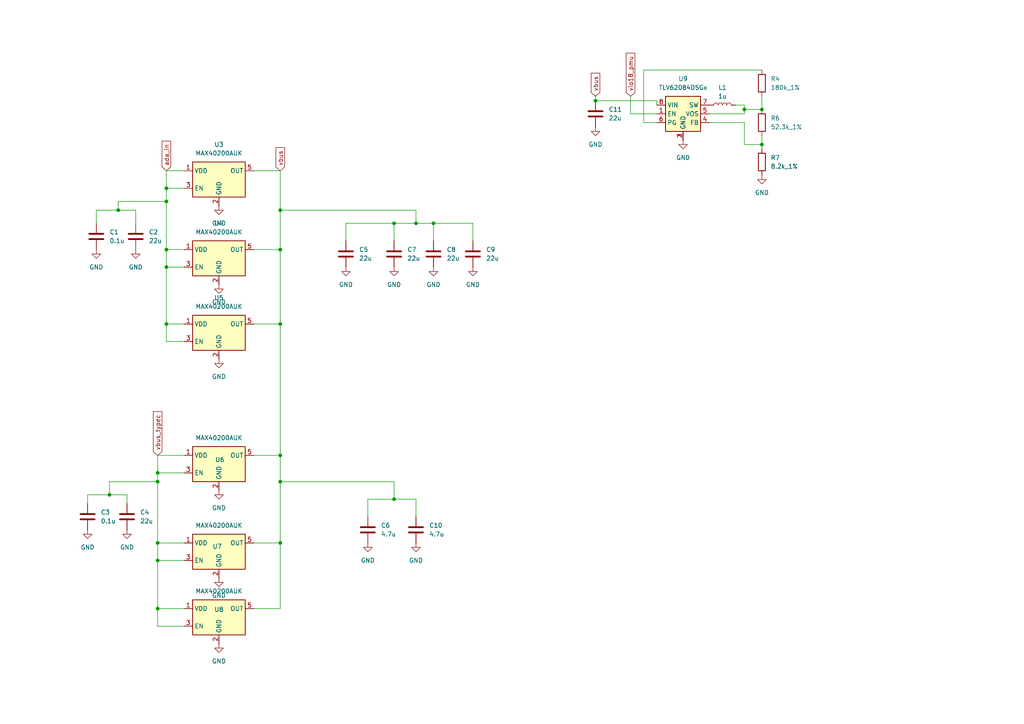
<source format=kicad_sch>
(kicad_sch
	(version 20250114)
	(generator "eeschema")
	(generator_version "9.0")
	(uuid "0d04beb3-b7bd-441e-8cda-038e1e82783c")
	(paper "A4")
	(lib_symbols
		(symbol "Analog_Switch:MAX40200AUK"
			(exclude_from_sim no)
			(in_bom yes)
			(on_board yes)
			(property "Reference" "U"
				(at -6.35 6.35 0)
				(effects
					(font
						(size 1.27 1.27)
					)
				)
			)
			(property "Value" "MAX40200AUK"
				(at 7.62 6.35 0)
				(effects
					(font
						(size 1.27 1.27)
					)
				)
			)
			(property "Footprint" "Package_TO_SOT_SMD:SOT-23-5"
				(at 0 12.7 0)
				(effects
					(font
						(size 1.27 1.27)
					)
					(hide yes)
				)
			)
			(property "Datasheet" "https://datasheets.maximintegrated.com/en/ds/MAX40200.pdf"
				(at 0 12.7 0)
				(effects
					(font
						(size 1.27 1.27)
					)
					(hide yes)
				)
			)
			(property "Description" "Ideal Diode, Ultra-Low Voltage Drop, 1.5-5.5V, 1A, SOT-23-5"
				(at 0 0 0)
				(effects
					(font
						(size 1.27 1.27)
					)
					(hide yes)
				)
			)
			(property "ki_keywords" "current switch"
				(at 0 0 0)
				(effects
					(font
						(size 1.27 1.27)
					)
					(hide yes)
				)
			)
			(property "ki_fp_filters" "SOT?23*"
				(at 0 0 0)
				(effects
					(font
						(size 1.27 1.27)
					)
					(hide yes)
				)
			)
			(symbol "MAX40200AUK_1_1"
				(rectangle
					(start -7.62 -5.08)
					(end 7.62 5.08)
					(stroke
						(width 0.254)
						(type default)
					)
					(fill
						(type background)
					)
				)
				(pin power_in line
					(at -10.16 2.54 0)
					(length 2.54)
					(name "VDD"
						(effects
							(font
								(size 1.27 1.27)
							)
						)
					)
					(number "1"
						(effects
							(font
								(size 1.27 1.27)
							)
						)
					)
				)
				(pin input line
					(at -10.16 -2.54 0)
					(length 2.54)
					(name "EN"
						(effects
							(font
								(size 1.27 1.27)
							)
						)
					)
					(number "3"
						(effects
							(font
								(size 1.27 1.27)
							)
						)
					)
				)
				(pin power_in line
					(at 0 -7.62 90)
					(length 2.54)
					(name "GND"
						(effects
							(font
								(size 1.27 1.27)
							)
						)
					)
					(number "2"
						(effects
							(font
								(size 1.27 1.27)
							)
						)
					)
				)
				(pin no_connect line
					(at 7.62 -2.54 180)
					(length 2.54)
					(hide yes)
					(name "NC"
						(effects
							(font
								(size 1.27 1.27)
							)
						)
					)
					(number "4"
						(effects
							(font
								(size 1.27 1.27)
							)
						)
					)
				)
				(pin passive line
					(at 10.16 2.54 180)
					(length 2.54)
					(name "OUT"
						(effects
							(font
								(size 1.27 1.27)
							)
						)
					)
					(number "5"
						(effects
							(font
								(size 1.27 1.27)
							)
						)
					)
				)
			)
			(embedded_fonts no)
		)
		(symbol "Device:C"
			(pin_numbers
				(hide yes)
			)
			(pin_names
				(offset 0.254)
			)
			(exclude_from_sim no)
			(in_bom yes)
			(on_board yes)
			(property "Reference" "C"
				(at 0.635 2.54 0)
				(effects
					(font
						(size 1.27 1.27)
					)
					(justify left)
				)
			)
			(property "Value" "C"
				(at 0.635 -2.54 0)
				(effects
					(font
						(size 1.27 1.27)
					)
					(justify left)
				)
			)
			(property "Footprint" ""
				(at 0.9652 -3.81 0)
				(effects
					(font
						(size 1.27 1.27)
					)
					(hide yes)
				)
			)
			(property "Datasheet" "~"
				(at 0 0 0)
				(effects
					(font
						(size 1.27 1.27)
					)
					(hide yes)
				)
			)
			(property "Description" "Unpolarized capacitor"
				(at 0 0 0)
				(effects
					(font
						(size 1.27 1.27)
					)
					(hide yes)
				)
			)
			(property "ki_keywords" "cap capacitor"
				(at 0 0 0)
				(effects
					(font
						(size 1.27 1.27)
					)
					(hide yes)
				)
			)
			(property "ki_fp_filters" "C_*"
				(at 0 0 0)
				(effects
					(font
						(size 1.27 1.27)
					)
					(hide yes)
				)
			)
			(symbol "C_0_1"
				(polyline
					(pts
						(xy -2.032 0.762) (xy 2.032 0.762)
					)
					(stroke
						(width 0.508)
						(type default)
					)
					(fill
						(type none)
					)
				)
				(polyline
					(pts
						(xy -2.032 -0.762) (xy 2.032 -0.762)
					)
					(stroke
						(width 0.508)
						(type default)
					)
					(fill
						(type none)
					)
				)
			)
			(symbol "C_1_1"
				(pin passive line
					(at 0 3.81 270)
					(length 2.794)
					(name "~"
						(effects
							(font
								(size 1.27 1.27)
							)
						)
					)
					(number "1"
						(effects
							(font
								(size 1.27 1.27)
							)
						)
					)
				)
				(pin passive line
					(at 0 -3.81 90)
					(length 2.794)
					(name "~"
						(effects
							(font
								(size 1.27 1.27)
							)
						)
					)
					(number "2"
						(effects
							(font
								(size 1.27 1.27)
							)
						)
					)
				)
			)
			(embedded_fonts no)
		)
		(symbol "Device:L"
			(pin_numbers
				(hide yes)
			)
			(pin_names
				(offset 1.016)
				(hide yes)
			)
			(exclude_from_sim no)
			(in_bom yes)
			(on_board yes)
			(property "Reference" "L"
				(at -1.27 0 90)
				(effects
					(font
						(size 1.27 1.27)
					)
				)
			)
			(property "Value" "L"
				(at 1.905 0 90)
				(effects
					(font
						(size 1.27 1.27)
					)
				)
			)
			(property "Footprint" ""
				(at 0 0 0)
				(effects
					(font
						(size 1.27 1.27)
					)
					(hide yes)
				)
			)
			(property "Datasheet" "~"
				(at 0 0 0)
				(effects
					(font
						(size 1.27 1.27)
					)
					(hide yes)
				)
			)
			(property "Description" "Inductor"
				(at 0 0 0)
				(effects
					(font
						(size 1.27 1.27)
					)
					(hide yes)
				)
			)
			(property "ki_keywords" "inductor choke coil reactor magnetic"
				(at 0 0 0)
				(effects
					(font
						(size 1.27 1.27)
					)
					(hide yes)
				)
			)
			(property "ki_fp_filters" "Choke_* *Coil* Inductor_* L_*"
				(at 0 0 0)
				(effects
					(font
						(size 1.27 1.27)
					)
					(hide yes)
				)
			)
			(symbol "L_0_1"
				(arc
					(start 0 2.54)
					(mid 0.6323 1.905)
					(end 0 1.27)
					(stroke
						(width 0)
						(type default)
					)
					(fill
						(type none)
					)
				)
				(arc
					(start 0 1.27)
					(mid 0.6323 0.635)
					(end 0 0)
					(stroke
						(width 0)
						(type default)
					)
					(fill
						(type none)
					)
				)
				(arc
					(start 0 0)
					(mid 0.6323 -0.635)
					(end 0 -1.27)
					(stroke
						(width 0)
						(type default)
					)
					(fill
						(type none)
					)
				)
				(arc
					(start 0 -1.27)
					(mid 0.6323 -1.905)
					(end 0 -2.54)
					(stroke
						(width 0)
						(type default)
					)
					(fill
						(type none)
					)
				)
			)
			(symbol "L_1_1"
				(pin passive line
					(at 0 3.81 270)
					(length 1.27)
					(name "1"
						(effects
							(font
								(size 1.27 1.27)
							)
						)
					)
					(number "1"
						(effects
							(font
								(size 1.27 1.27)
							)
						)
					)
				)
				(pin passive line
					(at 0 -3.81 90)
					(length 1.27)
					(name "2"
						(effects
							(font
								(size 1.27 1.27)
							)
						)
					)
					(number "2"
						(effects
							(font
								(size 1.27 1.27)
							)
						)
					)
				)
			)
			(embedded_fonts no)
		)
		(symbol "Device:R"
			(pin_numbers
				(hide yes)
			)
			(pin_names
				(offset 0)
			)
			(exclude_from_sim no)
			(in_bom yes)
			(on_board yes)
			(property "Reference" "R"
				(at 2.032 0 90)
				(effects
					(font
						(size 1.27 1.27)
					)
				)
			)
			(property "Value" "R"
				(at 0 0 90)
				(effects
					(font
						(size 1.27 1.27)
					)
				)
			)
			(property "Footprint" ""
				(at -1.778 0 90)
				(effects
					(font
						(size 1.27 1.27)
					)
					(hide yes)
				)
			)
			(property "Datasheet" "~"
				(at 0 0 0)
				(effects
					(font
						(size 1.27 1.27)
					)
					(hide yes)
				)
			)
			(property "Description" "Resistor"
				(at 0 0 0)
				(effects
					(font
						(size 1.27 1.27)
					)
					(hide yes)
				)
			)
			(property "ki_keywords" "R res resistor"
				(at 0 0 0)
				(effects
					(font
						(size 1.27 1.27)
					)
					(hide yes)
				)
			)
			(property "ki_fp_filters" "R_*"
				(at 0 0 0)
				(effects
					(font
						(size 1.27 1.27)
					)
					(hide yes)
				)
			)
			(symbol "R_0_1"
				(rectangle
					(start -1.016 -2.54)
					(end 1.016 2.54)
					(stroke
						(width 0.254)
						(type default)
					)
					(fill
						(type none)
					)
				)
			)
			(symbol "R_1_1"
				(pin passive line
					(at 0 3.81 270)
					(length 1.27)
					(name "~"
						(effects
							(font
								(size 1.27 1.27)
							)
						)
					)
					(number "1"
						(effects
							(font
								(size 1.27 1.27)
							)
						)
					)
				)
				(pin passive line
					(at 0 -3.81 90)
					(length 1.27)
					(name "~"
						(effects
							(font
								(size 1.27 1.27)
							)
						)
					)
					(number "2"
						(effects
							(font
								(size 1.27 1.27)
							)
						)
					)
				)
			)
			(embedded_fonts no)
		)
		(symbol "Regulator_Switching:TLV62084DSGx"
			(exclude_from_sim no)
			(in_bom yes)
			(on_board yes)
			(property "Reference" "U"
				(at -3.81 6.35 0)
				(effects
					(font
						(size 1.27 1.27)
					)
				)
			)
			(property "Value" "TLV62084DSGx"
				(at 7.62 6.35 0)
				(effects
					(font
						(size 1.27 1.27)
					)
				)
			)
			(property "Footprint" "Package_SON:WSON-8-1EP_2x2mm_P0.5mm_EP0.9x1.6mm"
				(at 3.81 8.89 0)
				(effects
					(font
						(size 1.27 1.27)
					)
					(hide yes)
				)
			)
			(property "Datasheet" "http://www.ti.com/lit/ds/symlink/tlv62080.pdf"
				(at 0 10.16 0)
				(effects
					(font
						(size 1.27 1.27)
					)
					(hide yes)
				)
			)
			(property "Description" "High-efficiency Step-down Converter"
				(at 0 0 0)
				(effects
					(font
						(size 1.27 1.27)
					)
					(hide yes)
				)
			)
			(property "ki_keywords" "Synchronous Buck"
				(at 0 0 0)
				(effects
					(font
						(size 1.27 1.27)
					)
					(hide yes)
				)
			)
			(property "ki_fp_filters" "*WSON?8?1EP*2x2mm*P0.5mm*"
				(at 0 0 0)
				(effects
					(font
						(size 1.27 1.27)
					)
					(hide yes)
				)
			)
			(symbol "TLV62084DSGx_0_1"
				(rectangle
					(start -5.08 -5.08)
					(end 5.08 5.08)
					(stroke
						(width 0.254)
						(type default)
					)
					(fill
						(type background)
					)
				)
				(pin power_in line
					(at -7.62 2.54 0)
					(length 2.54)
					(name "VIN"
						(effects
							(font
								(size 1.27 1.27)
							)
						)
					)
					(number "8"
						(effects
							(font
								(size 1.27 1.27)
							)
						)
					)
				)
				(pin input line
					(at -7.62 0 0)
					(length 2.54)
					(name "EN"
						(effects
							(font
								(size 1.27 1.27)
							)
						)
					)
					(number "1"
						(effects
							(font
								(size 1.27 1.27)
							)
						)
					)
				)
				(pin open_collector line
					(at -7.62 -2.54 0)
					(length 2.54)
					(name "PG"
						(effects
							(font
								(size 1.27 1.27)
							)
						)
					)
					(number "6"
						(effects
							(font
								(size 1.27 1.27)
							)
						)
					)
				)
				(pin power_in line
					(at 0 -7.62 90)
					(length 2.54)
					(name "GND"
						(effects
							(font
								(size 1.27 1.27)
							)
						)
					)
					(number "2"
						(effects
							(font
								(size 1.27 1.27)
							)
						)
					)
				)
				(pin power_in line
					(at 0 -7.62 90)
					(length 2.54)
					(name "GND"
						(effects
							(font
								(size 1.27 1.27)
							)
						)
					)
					(number "3"
						(effects
							(font
								(size 1.27 1.27)
							)
						)
					)
				)
				(pin passive line
					(at 0 -7.62 90)
					(length 2.54)
					(hide yes)
					(name "GND"
						(effects
							(font
								(size 1.27 1.27)
							)
						)
					)
					(number "9"
						(effects
							(font
								(size 1.27 1.27)
							)
						)
					)
				)
				(pin power_out line
					(at 7.62 2.54 180)
					(length 2.54)
					(name "SW"
						(effects
							(font
								(size 1.27 1.27)
							)
						)
					)
					(number "7"
						(effects
							(font
								(size 1.27 1.27)
							)
						)
					)
				)
				(pin input line
					(at 7.62 0 180)
					(length 2.54)
					(name "VOS"
						(effects
							(font
								(size 1.27 1.27)
							)
						)
					)
					(number "5"
						(effects
							(font
								(size 1.27 1.27)
							)
						)
					)
				)
				(pin input line
					(at 7.62 -2.54 180)
					(length 2.54)
					(name "FB"
						(effects
							(font
								(size 1.27 1.27)
							)
						)
					)
					(number "4"
						(effects
							(font
								(size 1.27 1.27)
							)
						)
					)
				)
			)
			(embedded_fonts no)
		)
		(symbol "power:GND"
			(power)
			(pin_numbers
				(hide yes)
			)
			(pin_names
				(offset 0)
				(hide yes)
			)
			(exclude_from_sim no)
			(in_bom yes)
			(on_board yes)
			(property "Reference" "#PWR"
				(at 0 -6.35 0)
				(effects
					(font
						(size 1.27 1.27)
					)
					(hide yes)
				)
			)
			(property "Value" "GND"
				(at 0 -3.81 0)
				(effects
					(font
						(size 1.27 1.27)
					)
				)
			)
			(property "Footprint" ""
				(at 0 0 0)
				(effects
					(font
						(size 1.27 1.27)
					)
					(hide yes)
				)
			)
			(property "Datasheet" ""
				(at 0 0 0)
				(effects
					(font
						(size 1.27 1.27)
					)
					(hide yes)
				)
			)
			(property "Description" "Power symbol creates a global label with name \"GND\" , ground"
				(at 0 0 0)
				(effects
					(font
						(size 1.27 1.27)
					)
					(hide yes)
				)
			)
			(property "ki_keywords" "global power"
				(at 0 0 0)
				(effects
					(font
						(size 1.27 1.27)
					)
					(hide yes)
				)
			)
			(symbol "GND_0_1"
				(polyline
					(pts
						(xy 0 0) (xy 0 -1.27) (xy 1.27 -1.27) (xy 0 -2.54) (xy -1.27 -1.27) (xy 0 -1.27)
					)
					(stroke
						(width 0)
						(type default)
					)
					(fill
						(type none)
					)
				)
			)
			(symbol "GND_1_1"
				(pin power_in line
					(at 0 0 270)
					(length 0)
					(name "~"
						(effects
							(font
								(size 1.27 1.27)
							)
						)
					)
					(number "1"
						(effects
							(font
								(size 1.27 1.27)
							)
						)
					)
				)
			)
			(embedded_fonts no)
		)
	)
	(junction
		(at 81.28 132.08)
		(diameter 0)
		(color 0 0 0 0)
		(uuid "015cbdcd-53d0-433d-9dea-d17a794f4295")
	)
	(junction
		(at 31.75 143.51)
		(diameter 0)
		(color 0 0 0 0)
		(uuid "07bd3fa0-e9fe-4d54-be92-eab676e17bbe")
	)
	(junction
		(at 81.28 139.7)
		(diameter 0)
		(color 0 0 0 0)
		(uuid "28a215cd-3eea-4027-af3b-edc24781f5a6")
	)
	(junction
		(at 120.65 64.77)
		(diameter 0)
		(color 0 0 0 0)
		(uuid "2c838f82-1dd1-409b-b771-f9dd28a1a012")
	)
	(junction
		(at 81.28 93.98)
		(diameter 0)
		(color 0 0 0 0)
		(uuid "3a64c3d8-3eaf-46b0-ba68-263abbc6ff29")
	)
	(junction
		(at 81.28 60.96)
		(diameter 0)
		(color 0 0 0 0)
		(uuid "4af3407c-f8de-4855-92e7-64ae72796ce5")
	)
	(junction
		(at 114.3 144.78)
		(diameter 0)
		(color 0 0 0 0)
		(uuid "4dba362b-1440-41af-a0b0-8d0babed600b")
	)
	(junction
		(at 114.3 64.77)
		(diameter 0)
		(color 0 0 0 0)
		(uuid "4ff4be73-1527-4a29-a13a-7ad19552d5c9")
	)
	(junction
		(at 48.26 77.47)
		(diameter 0)
		(color 0 0 0 0)
		(uuid "51e7358c-1b4d-4c3d-876e-9fa3d0231221")
	)
	(junction
		(at 81.28 157.48)
		(diameter 0)
		(color 0 0 0 0)
		(uuid "5cc4ffb6-0815-4818-b9bf-aa3651489f37")
	)
	(junction
		(at 48.26 58.42)
		(diameter 0)
		(color 0 0 0 0)
		(uuid "6735d6f2-67b7-4242-a59f-6ce7b51f5a9c")
	)
	(junction
		(at 45.72 176.53)
		(diameter 0)
		(color 0 0 0 0)
		(uuid "6dd6ca80-8e91-42a5-b4f5-213bbf4a4808")
	)
	(junction
		(at 45.72 137.16)
		(diameter 0)
		(color 0 0 0 0)
		(uuid "7d710526-d910-4c65-b2fa-31839b95b90e")
	)
	(junction
		(at 48.26 72.39)
		(diameter 0)
		(color 0 0 0 0)
		(uuid "818fbaee-513f-4f68-b9d1-3f91efe489fa")
	)
	(junction
		(at 125.73 64.77)
		(diameter 0)
		(color 0 0 0 0)
		(uuid "872450b4-3e81-49b6-84b9-b5becd93ecad")
	)
	(junction
		(at 45.72 162.56)
		(diameter 0)
		(color 0 0 0 0)
		(uuid "8c4587ba-1937-44ba-b4eb-c819af97f7d5")
	)
	(junction
		(at 45.72 157.48)
		(diameter 0)
		(color 0 0 0 0)
		(uuid "906f53a4-4805-48ae-a23f-194b0184288b")
	)
	(junction
		(at 45.72 139.7)
		(diameter 0)
		(color 0 0 0 0)
		(uuid "92038b45-822d-484c-b8e8-255cf6c92614")
	)
	(junction
		(at 220.98 31.75)
		(diameter 0)
		(color 0 0 0 0)
		(uuid "a1fe0c37-1598-491f-ae20-57dd82975bf3")
	)
	(junction
		(at 220.98 41.91)
		(diameter 0)
		(color 0 0 0 0)
		(uuid "ae54658b-e674-4ef4-9251-57aafad95986")
	)
	(junction
		(at 215.9 31.75)
		(diameter 0)
		(color 0 0 0 0)
		(uuid "b452759f-56b9-47d0-ad71-b11e3d487ab6")
	)
	(junction
		(at 172.72 29.21)
		(diameter 0)
		(color 0 0 0 0)
		(uuid "d2850ead-582c-491e-b62c-653251c21d97")
	)
	(junction
		(at 48.26 54.61)
		(diameter 0)
		(color 0 0 0 0)
		(uuid "d52c1e87-13bb-4db5-8a87-341b554f7f81")
	)
	(junction
		(at 48.26 93.98)
		(diameter 0)
		(color 0 0 0 0)
		(uuid "daff1753-1111-4330-8977-b8a374a6d28e")
	)
	(junction
		(at 34.29 60.96)
		(diameter 0)
		(color 0 0 0 0)
		(uuid "e530e121-18ac-4ae2-939f-8dddccd7bb7f")
	)
	(junction
		(at 81.28 72.39)
		(diameter 0)
		(color 0 0 0 0)
		(uuid "eaedcede-80dd-496c-8384-bb4e09d6a604")
	)
	(wire
		(pts
			(xy 45.72 162.56) (xy 45.72 176.53)
		)
		(stroke
			(width 0)
			(type default)
		)
		(uuid "0116d8e5-c5c0-48c6-8b1e-1b8235b246cd")
	)
	(wire
		(pts
			(xy 81.28 72.39) (xy 81.28 93.98)
		)
		(stroke
			(width 0)
			(type default)
		)
		(uuid "0502c508-c895-4923-afb4-edf03be34dfa")
	)
	(wire
		(pts
			(xy 73.66 93.98) (xy 81.28 93.98)
		)
		(stroke
			(width 0)
			(type default)
		)
		(uuid "05b1aced-045f-468f-b8e9-1ff826672100")
	)
	(wire
		(pts
			(xy 27.94 64.77) (xy 27.94 60.96)
		)
		(stroke
			(width 0)
			(type default)
		)
		(uuid "0ae57299-2faa-42ac-acdd-ee018c215d06")
	)
	(wire
		(pts
			(xy 31.75 143.51) (xy 36.83 143.51)
		)
		(stroke
			(width 0)
			(type default)
		)
		(uuid "0d4638b7-19ea-4dbc-9e99-1cd559d672a4")
	)
	(wire
		(pts
			(xy 215.9 31.75) (xy 215.9 33.02)
		)
		(stroke
			(width 0)
			(type default)
		)
		(uuid "10e8f39e-64a0-4a23-8540-20ef224bd3a0")
	)
	(wire
		(pts
			(xy 81.28 60.96) (xy 81.28 72.39)
		)
		(stroke
			(width 0)
			(type default)
		)
		(uuid "12684d46-330d-4bbf-adf6-627dc29fc77b")
	)
	(wire
		(pts
			(xy 53.34 49.53) (xy 48.26 49.53)
		)
		(stroke
			(width 0)
			(type default)
		)
		(uuid "14e7b455-5199-4130-870c-12a6fece6c54")
	)
	(wire
		(pts
			(xy 100.33 64.77) (xy 114.3 64.77)
		)
		(stroke
			(width 0)
			(type default)
		)
		(uuid "157d64ed-68b0-4eac-b93b-c0ee3fbb8e8d")
	)
	(wire
		(pts
			(xy 45.72 162.56) (xy 53.34 162.56)
		)
		(stroke
			(width 0)
			(type default)
		)
		(uuid "182fef10-3d02-4b58-9e9d-c8234efa9a2d")
	)
	(wire
		(pts
			(xy 114.3 64.77) (xy 114.3 69.85)
		)
		(stroke
			(width 0)
			(type default)
		)
		(uuid "1b890899-238a-447b-bd89-41c611b5ffd0")
	)
	(wire
		(pts
			(xy 220.98 41.91) (xy 220.98 43.18)
		)
		(stroke
			(width 0)
			(type default)
		)
		(uuid "1bd3519e-5d7d-4fe0-bb87-1461861baa96")
	)
	(wire
		(pts
			(xy 81.28 139.7) (xy 114.3 139.7)
		)
		(stroke
			(width 0)
			(type default)
		)
		(uuid "1fdd706d-0783-493b-980c-e4a947cffa0a")
	)
	(wire
		(pts
			(xy 114.3 144.78) (xy 120.65 144.78)
		)
		(stroke
			(width 0)
			(type default)
		)
		(uuid "20584ee5-1ba4-46b9-b685-92ab7f394944")
	)
	(wire
		(pts
			(xy 215.9 33.02) (xy 205.74 33.02)
		)
		(stroke
			(width 0)
			(type default)
		)
		(uuid "20d0d2d1-cfa2-4294-bf30-0bf353ba4881")
	)
	(wire
		(pts
			(xy 81.28 157.48) (xy 81.28 176.53)
		)
		(stroke
			(width 0)
			(type default)
		)
		(uuid "21bc8c42-f3b9-41da-83f6-e92b7cbe2840")
	)
	(wire
		(pts
			(xy 186.69 20.32) (xy 220.98 20.32)
		)
		(stroke
			(width 0)
			(type default)
		)
		(uuid "220b1d0e-0d85-4481-bb76-2080f11bfcf1")
	)
	(wire
		(pts
			(xy 120.65 64.77) (xy 120.65 60.96)
		)
		(stroke
			(width 0)
			(type default)
		)
		(uuid "228f0c5d-7daf-4d0e-a1b5-b8122b562643")
	)
	(wire
		(pts
			(xy 48.26 77.47) (xy 48.26 93.98)
		)
		(stroke
			(width 0)
			(type default)
		)
		(uuid "2364a9cc-8f7b-43eb-9edf-637e03918e08")
	)
	(wire
		(pts
			(xy 220.98 39.37) (xy 220.98 41.91)
		)
		(stroke
			(width 0)
			(type default)
		)
		(uuid "26d87a8c-5df0-41a2-9886-805cda30fca5")
	)
	(wire
		(pts
			(xy 81.28 93.98) (xy 81.28 132.08)
		)
		(stroke
			(width 0)
			(type default)
		)
		(uuid "2b43ad01-a6bf-457c-ac85-5ffcbf29176c")
	)
	(wire
		(pts
			(xy 81.28 139.7) (xy 81.28 157.48)
		)
		(stroke
			(width 0)
			(type default)
		)
		(uuid "310ea1ee-7ee8-4c73-870d-5f63ff40bf44")
	)
	(wire
		(pts
			(xy 220.98 27.94) (xy 220.98 31.75)
		)
		(stroke
			(width 0)
			(type default)
		)
		(uuid "34f8ae3b-e41f-45d5-b705-e3e8ccc58e5f")
	)
	(wire
		(pts
			(xy 48.26 93.98) (xy 53.34 93.98)
		)
		(stroke
			(width 0)
			(type default)
		)
		(uuid "3eac7060-f612-409e-a776-6041f0521f95")
	)
	(wire
		(pts
			(xy 25.4 146.05) (xy 25.4 143.51)
		)
		(stroke
			(width 0)
			(type default)
		)
		(uuid "40041847-4fcb-414e-9887-730dca0a14ee")
	)
	(wire
		(pts
			(xy 182.88 33.02) (xy 190.5 33.02)
		)
		(stroke
			(width 0)
			(type default)
		)
		(uuid "47e7ad1b-84d9-4223-bfad-e2c181cdb57b")
	)
	(wire
		(pts
			(xy 45.72 181.61) (xy 53.34 181.61)
		)
		(stroke
			(width 0)
			(type default)
		)
		(uuid "4fd07264-2148-4c78-bc0d-e913b024d09b")
	)
	(wire
		(pts
			(xy 205.74 35.56) (xy 215.9 35.56)
		)
		(stroke
			(width 0)
			(type default)
		)
		(uuid "5126939c-555a-49d2-9434-3f89c343e756")
	)
	(wire
		(pts
			(xy 182.88 27.94) (xy 182.88 33.02)
		)
		(stroke
			(width 0)
			(type default)
		)
		(uuid "596aa6e5-9e40-497c-8690-f676a5f4d939")
	)
	(wire
		(pts
			(xy 190.5 29.21) (xy 190.5 30.48)
		)
		(stroke
			(width 0)
			(type default)
		)
		(uuid "5bda05cf-a6c6-477c-893d-55ed90e82ec9")
	)
	(wire
		(pts
			(xy 172.72 27.94) (xy 172.72 29.21)
		)
		(stroke
			(width 0)
			(type default)
		)
		(uuid "5c0dc224-01da-4689-ade7-c459db348cbd")
	)
	(wire
		(pts
			(xy 81.28 132.08) (xy 81.28 139.7)
		)
		(stroke
			(width 0)
			(type default)
		)
		(uuid "63622bff-0282-45e4-863d-836c147ee601")
	)
	(wire
		(pts
			(xy 45.72 137.16) (xy 53.34 137.16)
		)
		(stroke
			(width 0)
			(type default)
		)
		(uuid "6795d6ef-318e-4aa3-90ef-14b28e2ce3cb")
	)
	(wire
		(pts
			(xy 120.65 144.78) (xy 120.65 149.86)
		)
		(stroke
			(width 0)
			(type default)
		)
		(uuid "6824158c-7e0c-402e-b0ac-49e359e471d4")
	)
	(wire
		(pts
			(xy 48.26 49.53) (xy 48.26 54.61)
		)
		(stroke
			(width 0)
			(type default)
		)
		(uuid "68a6d584-5cc5-41eb-bfc4-a6f3b580503d")
	)
	(wire
		(pts
			(xy 31.75 143.51) (xy 31.75 139.7)
		)
		(stroke
			(width 0)
			(type default)
		)
		(uuid "6a89e4ce-c906-4a37-a6b8-fe73e5633067")
	)
	(wire
		(pts
			(xy 39.37 60.96) (xy 39.37 64.77)
		)
		(stroke
			(width 0)
			(type default)
		)
		(uuid "70d1ba22-014a-4487-a43b-4549d60ecfa2")
	)
	(wire
		(pts
			(xy 125.73 64.77) (xy 137.16 64.77)
		)
		(stroke
			(width 0)
			(type default)
		)
		(uuid "7281db2e-f850-487e-96f1-05a602cd3684")
	)
	(wire
		(pts
			(xy 45.72 132.08) (xy 45.72 137.16)
		)
		(stroke
			(width 0)
			(type default)
		)
		(uuid "845eda0a-feb9-49b8-be8d-bda0eaca4c0c")
	)
	(wire
		(pts
			(xy 190.5 35.56) (xy 186.69 35.56)
		)
		(stroke
			(width 0)
			(type default)
		)
		(uuid "849be406-964f-42a1-8817-c94bd99d746c")
	)
	(wire
		(pts
			(xy 45.72 139.7) (xy 45.72 157.48)
		)
		(stroke
			(width 0)
			(type default)
		)
		(uuid "89d45aca-ad00-4b23-a9dc-2289517d8f0c")
	)
	(wire
		(pts
			(xy 34.29 60.96) (xy 39.37 60.96)
		)
		(stroke
			(width 0)
			(type default)
		)
		(uuid "8a94c214-1aad-4ab6-8a92-8b9a3425c8ce")
	)
	(wire
		(pts
			(xy 215.9 35.56) (xy 215.9 41.91)
		)
		(stroke
			(width 0)
			(type default)
		)
		(uuid "90124bab-178b-4d02-95ee-208a23a37e89")
	)
	(wire
		(pts
			(xy 34.29 58.42) (xy 48.26 58.42)
		)
		(stroke
			(width 0)
			(type default)
		)
		(uuid "92f163f2-b2fd-40d6-b112-b9739fa65210")
	)
	(wire
		(pts
			(xy 125.73 64.77) (xy 125.73 69.85)
		)
		(stroke
			(width 0)
			(type default)
		)
		(uuid "953a51a5-829b-4f54-a26a-904b50cd2fe5")
	)
	(wire
		(pts
			(xy 48.26 54.61) (xy 48.26 58.42)
		)
		(stroke
			(width 0)
			(type default)
		)
		(uuid "97843cd7-7721-4635-b61e-fbe099064e0f")
	)
	(wire
		(pts
			(xy 100.33 69.85) (xy 100.33 64.77)
		)
		(stroke
			(width 0)
			(type default)
		)
		(uuid "99109626-35f1-4ef3-853f-011c8b65b764")
	)
	(wire
		(pts
			(xy 186.69 35.56) (xy 186.69 20.32)
		)
		(stroke
			(width 0)
			(type default)
		)
		(uuid "9ee358de-fa06-4d5a-a9f9-f5ee7b7e49a4")
	)
	(wire
		(pts
			(xy 215.9 31.75) (xy 220.98 31.75)
		)
		(stroke
			(width 0)
			(type default)
		)
		(uuid "a0090a23-c924-4ddf-97ac-369469a71337")
	)
	(wire
		(pts
			(xy 213.36 30.48) (xy 215.9 30.48)
		)
		(stroke
			(width 0)
			(type default)
		)
		(uuid "a221a2f1-717a-46af-a592-0fa91a8313d7")
	)
	(wire
		(pts
			(xy 48.26 72.39) (xy 53.34 72.39)
		)
		(stroke
			(width 0)
			(type default)
		)
		(uuid "a28c4cd2-63d0-4f1d-9099-47958a7fc009")
	)
	(wire
		(pts
			(xy 114.3 64.77) (xy 120.65 64.77)
		)
		(stroke
			(width 0)
			(type default)
		)
		(uuid "a2f0462c-fc79-4bfe-a93e-b85111086019")
	)
	(wire
		(pts
			(xy 73.66 157.48) (xy 81.28 157.48)
		)
		(stroke
			(width 0)
			(type default)
		)
		(uuid "a42a4d4f-0b36-492a-a657-24117aa54fb8")
	)
	(wire
		(pts
			(xy 106.68 144.78) (xy 106.68 149.86)
		)
		(stroke
			(width 0)
			(type default)
		)
		(uuid "a46438a5-b896-4e15-9bb9-0f19d42e8977")
	)
	(wire
		(pts
			(xy 31.75 139.7) (xy 45.72 139.7)
		)
		(stroke
			(width 0)
			(type default)
		)
		(uuid "a54c415f-301a-47dc-b7bc-f0bb717694ff")
	)
	(wire
		(pts
			(xy 48.26 54.61) (xy 53.34 54.61)
		)
		(stroke
			(width 0)
			(type default)
		)
		(uuid "a72903e7-72c1-40be-891e-cdf48c5a275a")
	)
	(wire
		(pts
			(xy 73.66 49.53) (xy 81.28 49.53)
		)
		(stroke
			(width 0)
			(type default)
		)
		(uuid "add076d5-4943-4ad7-8cd1-7a9c0005448b")
	)
	(wire
		(pts
			(xy 73.66 132.08) (xy 81.28 132.08)
		)
		(stroke
			(width 0)
			(type default)
		)
		(uuid "ae830eda-b13a-4333-9040-cd111d5eeb6d")
	)
	(wire
		(pts
			(xy 81.28 60.96) (xy 120.65 60.96)
		)
		(stroke
			(width 0)
			(type default)
		)
		(uuid "b38b3131-eab9-4d51-a247-0115f3150579")
	)
	(wire
		(pts
			(xy 45.72 157.48) (xy 45.72 162.56)
		)
		(stroke
			(width 0)
			(type default)
		)
		(uuid "b6c4ff5a-7c0f-40a6-8e44-9d0ee587eaf8")
	)
	(wire
		(pts
			(xy 48.26 77.47) (xy 53.34 77.47)
		)
		(stroke
			(width 0)
			(type default)
		)
		(uuid "bb91a7f7-e24e-4945-984a-847d1c5a9659")
	)
	(wire
		(pts
			(xy 45.72 137.16) (xy 45.72 139.7)
		)
		(stroke
			(width 0)
			(type default)
		)
		(uuid "bbb6f5fa-0947-4ee9-92e6-e402ac0ea3d4")
	)
	(wire
		(pts
			(xy 106.68 144.78) (xy 114.3 144.78)
		)
		(stroke
			(width 0)
			(type default)
		)
		(uuid "c16f6f6d-c5bb-4930-8994-5d0c9f8b9ba4")
	)
	(wire
		(pts
			(xy 215.9 41.91) (xy 220.98 41.91)
		)
		(stroke
			(width 0)
			(type default)
		)
		(uuid "c6a9d045-3889-4748-a356-9ab2952cb5be")
	)
	(wire
		(pts
			(xy 27.94 60.96) (xy 34.29 60.96)
		)
		(stroke
			(width 0)
			(type default)
		)
		(uuid "ca3834cf-9806-4b55-ab3a-7f8b7fa3fea6")
	)
	(wire
		(pts
			(xy 114.3 144.78) (xy 114.3 139.7)
		)
		(stroke
			(width 0)
			(type default)
		)
		(uuid "cc7d864b-78e1-49ae-855d-3b08e26b37fd")
	)
	(wire
		(pts
			(xy 53.34 132.08) (xy 45.72 132.08)
		)
		(stroke
			(width 0)
			(type default)
		)
		(uuid "d059f031-1ce7-4741-b23f-c31e6f232182")
	)
	(wire
		(pts
			(xy 45.72 176.53) (xy 53.34 176.53)
		)
		(stroke
			(width 0)
			(type default)
		)
		(uuid "d1911bb3-71f3-4fd5-b6d6-a5b02bf09b31")
	)
	(wire
		(pts
			(xy 120.65 64.77) (xy 125.73 64.77)
		)
		(stroke
			(width 0)
			(type default)
		)
		(uuid "d4e3070b-6ce3-41ce-8685-f513834f0e1d")
	)
	(wire
		(pts
			(xy 45.72 157.48) (xy 53.34 157.48)
		)
		(stroke
			(width 0)
			(type default)
		)
		(uuid "d5a5d67a-dce8-47c0-978e-85732cc6ff61")
	)
	(wire
		(pts
			(xy 172.72 29.21) (xy 190.5 29.21)
		)
		(stroke
			(width 0)
			(type default)
		)
		(uuid "d70ac9cf-6aed-4d58-b952-0faf57051978")
	)
	(wire
		(pts
			(xy 73.66 72.39) (xy 81.28 72.39)
		)
		(stroke
			(width 0)
			(type default)
		)
		(uuid "d8397cd1-92b7-4de4-8ed0-02b3523768c2")
	)
	(wire
		(pts
			(xy 48.26 58.42) (xy 48.26 72.39)
		)
		(stroke
			(width 0)
			(type default)
		)
		(uuid "d956612e-2151-44fe-a9cb-b61b98d39ec6")
	)
	(wire
		(pts
			(xy 137.16 64.77) (xy 137.16 69.85)
		)
		(stroke
			(width 0)
			(type default)
		)
		(uuid "dc80a6bc-c7ab-40b2-afbf-e1b6d6736a65")
	)
	(wire
		(pts
			(xy 45.72 176.53) (xy 45.72 181.61)
		)
		(stroke
			(width 0)
			(type default)
		)
		(uuid "deb750d9-cb72-4997-ae57-d9bdc5678e67")
	)
	(wire
		(pts
			(xy 215.9 30.48) (xy 215.9 31.75)
		)
		(stroke
			(width 0)
			(type default)
		)
		(uuid "dfa41be8-9ea2-43bd-90e9-b30cb00a5a12")
	)
	(wire
		(pts
			(xy 25.4 143.51) (xy 31.75 143.51)
		)
		(stroke
			(width 0)
			(type default)
		)
		(uuid "e1c6116e-fde1-41b6-af89-7159b4352e5d")
	)
	(wire
		(pts
			(xy 48.26 99.06) (xy 53.34 99.06)
		)
		(stroke
			(width 0)
			(type default)
		)
		(uuid "e37a8d1b-d9c6-4c29-9f5f-0e4d74f42759")
	)
	(wire
		(pts
			(xy 48.26 93.98) (xy 48.26 99.06)
		)
		(stroke
			(width 0)
			(type default)
		)
		(uuid "ec72ebb5-5380-4b41-92c3-5cd9955bcf78")
	)
	(wire
		(pts
			(xy 48.26 72.39) (xy 48.26 77.47)
		)
		(stroke
			(width 0)
			(type default)
		)
		(uuid "f0026a67-89f7-4b47-9cde-feecb32f3c3c")
	)
	(wire
		(pts
			(xy 34.29 60.96) (xy 34.29 58.42)
		)
		(stroke
			(width 0)
			(type default)
		)
		(uuid "f1a522a3-0260-43d5-895f-cf2ceaec967a")
	)
	(wire
		(pts
			(xy 81.28 176.53) (xy 73.66 176.53)
		)
		(stroke
			(width 0)
			(type default)
		)
		(uuid "f1bdba12-bdf2-440f-b99e-acedf09ed989")
	)
	(wire
		(pts
			(xy 81.28 49.53) (xy 81.28 60.96)
		)
		(stroke
			(width 0)
			(type default)
		)
		(uuid "f90a5b62-5afc-453f-9525-b3430353200c")
	)
	(wire
		(pts
			(xy 36.83 143.51) (xy 36.83 146.05)
		)
		(stroke
			(width 0)
			(type default)
		)
		(uuid "fe916975-58e3-4edd-bdfd-acbfe9b3dad0")
	)
	(global_label "ada_in"
		(shape input)
		(at 48.26 49.53 90)
		(fields_autoplaced yes)
		(effects
			(font
				(size 1.27 1.27)
			)
			(justify left)
		)
		(uuid "0bb2c970-c030-46b9-9cf9-116f02eba761")
		(property "Intersheetrefs" "${INTERSHEET_REFS}"
			(at 48.26 40.3764 90)
			(effects
				(font
					(size 1.27 1.27)
				)
				(justify left)
				(hide yes)
			)
		)
	)
	(global_label "vbus"
		(shape input)
		(at 81.28 49.53 90)
		(fields_autoplaced yes)
		(effects
			(font
				(size 1.27 1.27)
			)
			(justify left)
		)
		(uuid "2aada0d9-e4eb-41cd-9fb4-6b4144b20fab")
		(property "Intersheetrefs" "${INTERSHEET_REFS}"
			(at 81.28 42.2511 90)
			(effects
				(font
					(size 1.27 1.27)
				)
				(justify left)
				(hide yes)
			)
		)
	)
	(global_label "vbus"
		(shape input)
		(at 172.72 27.94 90)
		(fields_autoplaced yes)
		(effects
			(font
				(size 1.27 1.27)
			)
			(justify left)
		)
		(uuid "5d5c0baf-1766-4230-b0d1-acd2429b7292")
		(property "Intersheetrefs" "${INTERSHEET_REFS}"
			(at 172.72 20.6611 90)
			(effects
				(font
					(size 1.27 1.27)
				)
				(justify left)
				(hide yes)
			)
		)
	)
	(global_label "vio18_pmu"
		(shape input)
		(at 182.88 27.94 90)
		(fields_autoplaced yes)
		(effects
			(font
				(size 1.27 1.27)
			)
			(justify left)
		)
		(uuid "6d20f6c4-dca3-48b8-bfbf-7281808c2919")
		(property "Intersheetrefs" "${INTERSHEET_REFS}"
			(at 182.88 14.8555 90)
			(effects
				(font
					(size 1.27 1.27)
				)
				(justify left)
				(hide yes)
			)
		)
	)
	(global_label "vbus_typec"
		(shape input)
		(at 45.72 132.08 90)
		(fields_autoplaced yes)
		(effects
			(font
				(size 1.27 1.27)
			)
			(justify left)
		)
		(uuid "ca96067a-8e3b-46ef-ad6d-46d6c46d27db")
		(property "Intersheetrefs" "${INTERSHEET_REFS}"
			(at 45.72 118.814 90)
			(effects
				(font
					(size 1.27 1.27)
				)
				(justify left)
				(hide yes)
			)
		)
	)
	(symbol
		(lib_id "Device:C")
		(at 120.65 153.67 0)
		(unit 1)
		(exclude_from_sim no)
		(in_bom yes)
		(on_board yes)
		(dnp no)
		(fields_autoplaced yes)
		(uuid "0b1a9b83-628c-4707-bb3f-821618b817ec")
		(property "Reference" "C10"
			(at 124.46 152.3999 0)
			(effects
				(font
					(size 1.27 1.27)
				)
				(justify left)
			)
		)
		(property "Value" "4.7u"
			(at 124.46 154.9399 0)
			(effects
				(font
					(size 1.27 1.27)
				)
				(justify left)
			)
		)
		(property "Footprint" ""
			(at 121.6152 157.48 0)
			(effects
				(font
					(size 1.27 1.27)
				)
				(hide yes)
			)
		)
		(property "Datasheet" "~"
			(at 120.65 153.67 0)
			(effects
				(font
					(size 1.27 1.27)
				)
				(hide yes)
			)
		)
		(property "Description" "Unpolarized capacitor"
			(at 120.65 153.67 0)
			(effects
				(font
					(size 1.27 1.27)
				)
				(hide yes)
			)
		)
		(pin "2"
			(uuid "768f1b57-ba5b-4673-a500-5e1a5cad9cb4")
		)
		(pin "1"
			(uuid "ddd66bec-5be2-4baf-b1aa-7c3dfbdfc1fa")
		)
		(instances
			(project "nidar_telemetry"
				(path "/efd31185-3543-47ff-8a92-495737e3ec23/33a8f7c8-7293-4739-9417-b1e5d2fff08e"
					(reference "C10")
					(unit 1)
				)
			)
		)
	)
	(symbol
		(lib_id "Device:C")
		(at 36.83 149.86 0)
		(unit 1)
		(exclude_from_sim no)
		(in_bom yes)
		(on_board yes)
		(dnp no)
		(fields_autoplaced yes)
		(uuid "1564e125-e26e-4822-8adc-f84ab40b3256")
		(property "Reference" "C4"
			(at 40.64 148.5899 0)
			(effects
				(font
					(size 1.27 1.27)
				)
				(justify left)
			)
		)
		(property "Value" "22u"
			(at 40.64 151.1299 0)
			(effects
				(font
					(size 1.27 1.27)
				)
				(justify left)
			)
		)
		(property "Footprint" ""
			(at 37.7952 153.67 0)
			(effects
				(font
					(size 1.27 1.27)
				)
				(hide yes)
			)
		)
		(property "Datasheet" "~"
			(at 36.83 149.86 0)
			(effects
				(font
					(size 1.27 1.27)
				)
				(hide yes)
			)
		)
		(property "Description" "Unpolarized capacitor"
			(at 36.83 149.86 0)
			(effects
				(font
					(size 1.27 1.27)
				)
				(hide yes)
			)
		)
		(pin "2"
			(uuid "16d8c136-49e3-4133-b9e5-1c6e1c867193")
		)
		(pin "1"
			(uuid "031ceb9e-807b-417e-a4fc-c9f09ce95129")
		)
		(instances
			(project ""
				(path "/efd31185-3543-47ff-8a92-495737e3ec23/33a8f7c8-7293-4739-9417-b1e5d2fff08e"
					(reference "C4")
					(unit 1)
				)
			)
		)
	)
	(symbol
		(lib_id "power:GND")
		(at 27.94 72.39 0)
		(unit 1)
		(exclude_from_sim no)
		(in_bom yes)
		(on_board yes)
		(dnp no)
		(fields_autoplaced yes)
		(uuid "1a174f20-6dcb-4c59-9a9a-11bc98af5b2e")
		(property "Reference" "#PWR018"
			(at 27.94 78.74 0)
			(effects
				(font
					(size 1.27 1.27)
				)
				(hide yes)
			)
		)
		(property "Value" "GND"
			(at 27.94 77.47 0)
			(effects
				(font
					(size 1.27 1.27)
				)
			)
		)
		(property "Footprint" ""
			(at 27.94 72.39 0)
			(effects
				(font
					(size 1.27 1.27)
				)
				(hide yes)
			)
		)
		(property "Datasheet" ""
			(at 27.94 72.39 0)
			(effects
				(font
					(size 1.27 1.27)
				)
				(hide yes)
			)
		)
		(property "Description" "Power symbol creates a global label with name \"GND\" , ground"
			(at 27.94 72.39 0)
			(effects
				(font
					(size 1.27 1.27)
				)
				(hide yes)
			)
		)
		(pin "1"
			(uuid "e27e887d-5144-4627-ac2a-16b109dfc963")
		)
		(instances
			(project ""
				(path "/efd31185-3543-47ff-8a92-495737e3ec23/33a8f7c8-7293-4739-9417-b1e5d2fff08e"
					(reference "#PWR018")
					(unit 1)
				)
			)
		)
	)
	(symbol
		(lib_id "power:GND")
		(at 63.5 186.69 0)
		(unit 1)
		(exclude_from_sim no)
		(in_bom yes)
		(on_board yes)
		(dnp no)
		(fields_autoplaced yes)
		(uuid "28d7f124-d6af-42ed-95b0-b3b4216b962f")
		(property "Reference" "#PWR015"
			(at 63.5 193.04 0)
			(effects
				(font
					(size 1.27 1.27)
				)
				(hide yes)
			)
		)
		(property "Value" "GND"
			(at 63.5 191.77 0)
			(effects
				(font
					(size 1.27 1.27)
				)
			)
		)
		(property "Footprint" ""
			(at 63.5 186.69 0)
			(effects
				(font
					(size 1.27 1.27)
				)
				(hide yes)
			)
		)
		(property "Datasheet" ""
			(at 63.5 186.69 0)
			(effects
				(font
					(size 1.27 1.27)
				)
				(hide yes)
			)
		)
		(property "Description" "Power symbol creates a global label with name \"GND\" , ground"
			(at 63.5 186.69 0)
			(effects
				(font
					(size 1.27 1.27)
				)
				(hide yes)
			)
		)
		(pin "1"
			(uuid "2acb18f5-329d-4c39-97e2-a214782bbfc8")
		)
		(instances
			(project ""
				(path "/efd31185-3543-47ff-8a92-495737e3ec23/33a8f7c8-7293-4739-9417-b1e5d2fff08e"
					(reference "#PWR015")
					(unit 1)
				)
			)
		)
	)
	(symbol
		(lib_id "power:GND")
		(at 198.12 40.64 0)
		(unit 1)
		(exclude_from_sim no)
		(in_bom yes)
		(on_board yes)
		(dnp no)
		(fields_autoplaced yes)
		(uuid "2b4c3527-628b-41d8-a094-4e9be557198c")
		(property "Reference" "#PWR026"
			(at 198.12 46.99 0)
			(effects
				(font
					(size 1.27 1.27)
				)
				(hide yes)
			)
		)
		(property "Value" "GND"
			(at 198.12 45.72 0)
			(effects
				(font
					(size 1.27 1.27)
				)
			)
		)
		(property "Footprint" ""
			(at 198.12 40.64 0)
			(effects
				(font
					(size 1.27 1.27)
				)
				(hide yes)
			)
		)
		(property "Datasheet" ""
			(at 198.12 40.64 0)
			(effects
				(font
					(size 1.27 1.27)
				)
				(hide yes)
			)
		)
		(property "Description" "Power symbol creates a global label with name \"GND\" , ground"
			(at 198.12 40.64 0)
			(effects
				(font
					(size 1.27 1.27)
				)
				(hide yes)
			)
		)
		(pin "1"
			(uuid "6173821c-ff0a-411a-b415-801531c49bc3")
		)
		(instances
			(project ""
				(path "/efd31185-3543-47ff-8a92-495737e3ec23/33a8f7c8-7293-4739-9417-b1e5d2fff08e"
					(reference "#PWR026")
					(unit 1)
				)
			)
		)
	)
	(symbol
		(lib_id "power:GND")
		(at 172.72 36.83 0)
		(unit 1)
		(exclude_from_sim no)
		(in_bom yes)
		(on_board yes)
		(dnp no)
		(fields_autoplaced yes)
		(uuid "2fc34a95-6e41-49e3-aada-cc6383fe9bf7")
		(property "Reference" "#PWR027"
			(at 172.72 43.18 0)
			(effects
				(font
					(size 1.27 1.27)
				)
				(hide yes)
			)
		)
		(property "Value" "GND"
			(at 172.72 41.91 0)
			(effects
				(font
					(size 1.27 1.27)
				)
			)
		)
		(property "Footprint" ""
			(at 172.72 36.83 0)
			(effects
				(font
					(size 1.27 1.27)
				)
				(hide yes)
			)
		)
		(property "Datasheet" ""
			(at 172.72 36.83 0)
			(effects
				(font
					(size 1.27 1.27)
				)
				(hide yes)
			)
		)
		(property "Description" "Power symbol creates a global label with name \"GND\" , ground"
			(at 172.72 36.83 0)
			(effects
				(font
					(size 1.27 1.27)
				)
				(hide yes)
			)
		)
		(pin "1"
			(uuid "d8eb39a2-6be8-4463-a17b-44353895420b")
		)
		(instances
			(project ""
				(path "/efd31185-3543-47ff-8a92-495737e3ec23/33a8f7c8-7293-4739-9417-b1e5d2fff08e"
					(reference "#PWR027")
					(unit 1)
				)
			)
		)
	)
	(symbol
		(lib_id "Regulator_Switching:TLV62084DSGx")
		(at 198.12 33.02 0)
		(unit 1)
		(exclude_from_sim no)
		(in_bom yes)
		(on_board yes)
		(dnp no)
		(fields_autoplaced yes)
		(uuid "32748809-8a49-4640-953a-bf23d774f63a")
		(property "Reference" "U9"
			(at 198.12 22.86 0)
			(effects
				(font
					(size 1.27 1.27)
				)
			)
		)
		(property "Value" "TLV62084DSGx"
			(at 198.12 25.4 0)
			(effects
				(font
					(size 1.27 1.27)
				)
			)
		)
		(property "Footprint" "Package_SON:WSON-8-1EP_2x2mm_P0.5mm_EP0.9x1.6mm"
			(at 201.93 24.13 0)
			(effects
				(font
					(size 1.27 1.27)
				)
				(hide yes)
			)
		)
		(property "Datasheet" "http://www.ti.com/lit/ds/symlink/tlv62080.pdf"
			(at 198.12 22.86 0)
			(effects
				(font
					(size 1.27 1.27)
				)
				(hide yes)
			)
		)
		(property "Description" "High-efficiency Step-down Converter"
			(at 198.12 33.02 0)
			(effects
				(font
					(size 1.27 1.27)
				)
				(hide yes)
			)
		)
		(pin "6"
			(uuid "62858491-7a80-4ee2-beda-1fff42c038c8")
		)
		(pin "2"
			(uuid "54a9aede-2d55-401b-9c85-d949db79aa77")
		)
		(pin "3"
			(uuid "c8759625-31b0-4904-84cd-16b0fc33000d")
		)
		(pin "1"
			(uuid "3bb942d5-28bc-41bc-8609-e0a2154bef65")
		)
		(pin "9"
			(uuid "1cf527f4-ef04-4708-b799-173ec812298f")
		)
		(pin "7"
			(uuid "71da9558-ac91-416b-958c-300e11190ff0")
		)
		(pin "5"
			(uuid "ba9c1792-d176-4c2a-a791-03f906d73629")
		)
		(pin "8"
			(uuid "80524523-aac2-473b-8ca5-f1d0d8926e27")
		)
		(pin "4"
			(uuid "093f04c1-b0d9-4d31-85e7-be54511871c9")
		)
		(instances
			(project ""
				(path "/efd31185-3543-47ff-8a92-495737e3ec23/33a8f7c8-7293-4739-9417-b1e5d2fff08e"
					(reference "U9")
					(unit 1)
				)
			)
		)
	)
	(symbol
		(lib_id "power:GND")
		(at 125.73 77.47 0)
		(unit 1)
		(exclude_from_sim no)
		(in_bom yes)
		(on_board yes)
		(dnp no)
		(fields_autoplaced yes)
		(uuid "3b5e128e-9023-4f6c-bef2-85a6eafb92ec")
		(property "Reference" "#PWR023"
			(at 125.73 83.82 0)
			(effects
				(font
					(size 1.27 1.27)
				)
				(hide yes)
			)
		)
		(property "Value" "GND"
			(at 125.73 82.55 0)
			(effects
				(font
					(size 1.27 1.27)
				)
			)
		)
		(property "Footprint" ""
			(at 125.73 77.47 0)
			(effects
				(font
					(size 1.27 1.27)
				)
				(hide yes)
			)
		)
		(property "Datasheet" ""
			(at 125.73 77.47 0)
			(effects
				(font
					(size 1.27 1.27)
				)
				(hide yes)
			)
		)
		(property "Description" "Power symbol creates a global label with name \"GND\" , ground"
			(at 125.73 77.47 0)
			(effects
				(font
					(size 1.27 1.27)
				)
				(hide yes)
			)
		)
		(pin "1"
			(uuid "ab4ab788-99d6-4109-b290-2629931db463")
		)
		(instances
			(project ""
				(path "/efd31185-3543-47ff-8a92-495737e3ec23/33a8f7c8-7293-4739-9417-b1e5d2fff08e"
					(reference "#PWR023")
					(unit 1)
				)
			)
		)
	)
	(symbol
		(lib_id "Analog_Switch:MAX40200AUK")
		(at 63.5 160.02 0)
		(unit 1)
		(exclude_from_sim no)
		(in_bom yes)
		(on_board yes)
		(dnp no)
		(uuid "3b9e1509-6a11-4568-b930-6161b71bc500")
		(property "Reference" "U7"
			(at 62.992 158.496 0)
			(effects
				(font
					(size 1.27 1.27)
				)
			)
		)
		(property "Value" "MAX40200AUK"
			(at 63.5 152.4 0)
			(effects
				(font
					(size 1.27 1.27)
				)
			)
		)
		(property "Footprint" "Package_TO_SOT_SMD:SOT-23-5"
			(at 63.5 147.32 0)
			(effects
				(font
					(size 1.27 1.27)
				)
				(hide yes)
			)
		)
		(property "Datasheet" "https://datasheets.maximintegrated.com/en/ds/MAX40200.pdf"
			(at 63.5 147.32 0)
			(effects
				(font
					(size 1.27 1.27)
				)
				(hide yes)
			)
		)
		(property "Description" "Ideal Diode, Ultra-Low Voltage Drop, 1.5-5.5V, 1A, SOT-23-5"
			(at 63.5 160.02 0)
			(effects
				(font
					(size 1.27 1.27)
				)
				(hide yes)
			)
		)
		(pin "5"
			(uuid "4ff6518c-4089-4206-8ce2-886d0ba57422")
		)
		(pin "3"
			(uuid "78715b7a-e9a5-441f-806f-a9cf1c4c3486")
		)
		(pin "1"
			(uuid "1715228f-dbda-459d-9132-d4acdb7e759a")
		)
		(pin "2"
			(uuid "346fb84e-b0fa-4ca7-86b8-c4e8a254953c")
		)
		(pin "4"
			(uuid "accf798b-9358-4031-a599-75ebd8a7f9ea")
		)
		(instances
			(project "nidar_telemetry"
				(path "/efd31185-3543-47ff-8a92-495737e3ec23/33a8f7c8-7293-4739-9417-b1e5d2fff08e"
					(reference "U7")
					(unit 1)
				)
			)
		)
	)
	(symbol
		(lib_id "Device:C")
		(at 125.73 73.66 0)
		(unit 1)
		(exclude_from_sim no)
		(in_bom yes)
		(on_board yes)
		(dnp no)
		(fields_autoplaced yes)
		(uuid "44c83641-8f61-43e0-a2f9-9cc979c5e0d6")
		(property "Reference" "C8"
			(at 129.54 72.3899 0)
			(effects
				(font
					(size 1.27 1.27)
				)
				(justify left)
			)
		)
		(property "Value" "22u"
			(at 129.54 74.9299 0)
			(effects
				(font
					(size 1.27 1.27)
				)
				(justify left)
			)
		)
		(property "Footprint" ""
			(at 126.6952 77.47 0)
			(effects
				(font
					(size 1.27 1.27)
				)
				(hide yes)
			)
		)
		(property "Datasheet" "~"
			(at 125.73 73.66 0)
			(effects
				(font
					(size 1.27 1.27)
				)
				(hide yes)
			)
		)
		(property "Description" "Unpolarized capacitor"
			(at 125.73 73.66 0)
			(effects
				(font
					(size 1.27 1.27)
				)
				(hide yes)
			)
		)
		(pin "2"
			(uuid "bf155332-c635-496a-a05c-35ce18c1c6fc")
		)
		(pin "1"
			(uuid "78e86150-7093-4695-ad6a-5f8f541c8713")
		)
		(instances
			(project "nidar_telemetry"
				(path "/efd31185-3543-47ff-8a92-495737e3ec23/33a8f7c8-7293-4739-9417-b1e5d2fff08e"
					(reference "C8")
					(unit 1)
				)
			)
		)
	)
	(symbol
		(lib_id "power:GND")
		(at 63.5 82.55 0)
		(unit 1)
		(exclude_from_sim no)
		(in_bom yes)
		(on_board yes)
		(dnp no)
		(fields_autoplaced yes)
		(uuid "4ac732a4-a128-489f-a26d-f4b27f34984a")
		(property "Reference" "#PWR011"
			(at 63.5 88.9 0)
			(effects
				(font
					(size 1.27 1.27)
				)
				(hide yes)
			)
		)
		(property "Value" "GND"
			(at 63.5 87.63 0)
			(effects
				(font
					(size 1.27 1.27)
				)
			)
		)
		(property "Footprint" ""
			(at 63.5 82.55 0)
			(effects
				(font
					(size 1.27 1.27)
				)
				(hide yes)
			)
		)
		(property "Datasheet" ""
			(at 63.5 82.55 0)
			(effects
				(font
					(size 1.27 1.27)
				)
				(hide yes)
			)
		)
		(property "Description" "Power symbol creates a global label with name \"GND\" , ground"
			(at 63.5 82.55 0)
			(effects
				(font
					(size 1.27 1.27)
				)
				(hide yes)
			)
		)
		(pin "1"
			(uuid "5e651c98-711a-4fb8-ab0c-f7ad0bb78f3e")
		)
		(instances
			(project ""
				(path "/efd31185-3543-47ff-8a92-495737e3ec23/33a8f7c8-7293-4739-9417-b1e5d2fff08e"
					(reference "#PWR011")
					(unit 1)
				)
			)
		)
	)
	(symbol
		(lib_id "Device:C")
		(at 172.72 33.02 0)
		(unit 1)
		(exclude_from_sim no)
		(in_bom yes)
		(on_board yes)
		(dnp no)
		(fields_autoplaced yes)
		(uuid "54847c26-4e27-4f09-942e-1d0dd6e4e34f")
		(property "Reference" "C11"
			(at 176.53 31.7499 0)
			(effects
				(font
					(size 1.27 1.27)
				)
				(justify left)
			)
		)
		(property "Value" "22u"
			(at 176.53 34.2899 0)
			(effects
				(font
					(size 1.27 1.27)
				)
				(justify left)
			)
		)
		(property "Footprint" ""
			(at 173.6852 36.83 0)
			(effects
				(font
					(size 1.27 1.27)
				)
				(hide yes)
			)
		)
		(property "Datasheet" "~"
			(at 172.72 33.02 0)
			(effects
				(font
					(size 1.27 1.27)
				)
				(hide yes)
			)
		)
		(property "Description" "Unpolarized capacitor"
			(at 172.72 33.02 0)
			(effects
				(font
					(size 1.27 1.27)
				)
				(hide yes)
			)
		)
		(pin "1"
			(uuid "1746b545-50d4-4b1f-b3ee-f2cfcea8ebc6")
		)
		(pin "2"
			(uuid "9995d9d5-f570-479f-9463-50dfd53d3230")
		)
		(instances
			(project ""
				(path "/efd31185-3543-47ff-8a92-495737e3ec23/33a8f7c8-7293-4739-9417-b1e5d2fff08e"
					(reference "C11")
					(unit 1)
				)
			)
		)
	)
	(symbol
		(lib_id "Analog_Switch:MAX40200AUK")
		(at 63.5 74.93 0)
		(unit 1)
		(exclude_from_sim no)
		(in_bom yes)
		(on_board yes)
		(dnp no)
		(fields_autoplaced yes)
		(uuid "5755acd5-4e85-41a7-b904-f325ec0ff719")
		(property "Reference" "U4"
			(at 63.5 64.77 0)
			(effects
				(font
					(size 1.27 1.27)
				)
			)
		)
		(property "Value" "MAX40200AUK"
			(at 63.5 67.31 0)
			(effects
				(font
					(size 1.27 1.27)
				)
			)
		)
		(property "Footprint" "Package_TO_SOT_SMD:SOT-23-5"
			(at 63.5 62.23 0)
			(effects
				(font
					(size 1.27 1.27)
				)
				(hide yes)
			)
		)
		(property "Datasheet" "https://datasheets.maximintegrated.com/en/ds/MAX40200.pdf"
			(at 63.5 62.23 0)
			(effects
				(font
					(size 1.27 1.27)
				)
				(hide yes)
			)
		)
		(property "Description" "Ideal Diode, Ultra-Low Voltage Drop, 1.5-5.5V, 1A, SOT-23-5"
			(at 63.5 74.93 0)
			(effects
				(font
					(size 1.27 1.27)
				)
				(hide yes)
			)
		)
		(pin "5"
			(uuid "f4c44ce5-736a-4864-94fc-3d03e7387188")
		)
		(pin "3"
			(uuid "34c47475-d1aa-4d27-8bb2-b9d75d54b3e3")
		)
		(pin "1"
			(uuid "af0b31c1-c56c-408e-968b-d1959ad3e82c")
		)
		(pin "2"
			(uuid "0bb5379d-58c1-4321-8390-0923d24f12fe")
		)
		(pin "4"
			(uuid "82f1105c-35a7-47cf-a646-39a4f55b01f7")
		)
		(instances
			(project ""
				(path "/efd31185-3543-47ff-8a92-495737e3ec23/33a8f7c8-7293-4739-9417-b1e5d2fff08e"
					(reference "U4")
					(unit 1)
				)
			)
		)
	)
	(symbol
		(lib_id "Analog_Switch:MAX40200AUK")
		(at 63.5 52.07 0)
		(unit 1)
		(exclude_from_sim no)
		(in_bom yes)
		(on_board yes)
		(dnp no)
		(fields_autoplaced yes)
		(uuid "57c3bbe1-afaf-44ba-a266-f06e0be3bea8")
		(property "Reference" "U3"
			(at 63.5 41.91 0)
			(effects
				(font
					(size 1.27 1.27)
				)
			)
		)
		(property "Value" "MAX40200AUK"
			(at 63.5 44.45 0)
			(effects
				(font
					(size 1.27 1.27)
				)
			)
		)
		(property "Footprint" "Package_TO_SOT_SMD:SOT-23-5"
			(at 63.5 39.37 0)
			(effects
				(font
					(size 1.27 1.27)
				)
				(hide yes)
			)
		)
		(property "Datasheet" "https://datasheets.maximintegrated.com/en/ds/MAX40200.pdf"
			(at 63.5 39.37 0)
			(effects
				(font
					(size 1.27 1.27)
				)
				(hide yes)
			)
		)
		(property "Description" "Ideal Diode, Ultra-Low Voltage Drop, 1.5-5.5V, 1A, SOT-23-5"
			(at 63.5 52.07 0)
			(effects
				(font
					(size 1.27 1.27)
				)
				(hide yes)
			)
		)
		(pin "1"
			(uuid "1dc2be84-cc14-4566-a4dc-186b520fbf36")
		)
		(pin "3"
			(uuid "f55742b5-1eb2-4470-a8f8-3342630c4544")
		)
		(pin "4"
			(uuid "f20d91bb-e3fb-4a7c-bef6-8f6b3b7543ef")
		)
		(pin "5"
			(uuid "13aa4664-03f6-4293-8c79-ff910b64f908")
		)
		(pin "2"
			(uuid "36bd7142-5280-4aa8-8eb3-7bdf842aa88a")
		)
		(instances
			(project ""
				(path "/efd31185-3543-47ff-8a92-495737e3ec23/33a8f7c8-7293-4739-9417-b1e5d2fff08e"
					(reference "U3")
					(unit 1)
				)
			)
		)
	)
	(symbol
		(lib_id "power:GND")
		(at 120.65 157.48 0)
		(unit 1)
		(exclude_from_sim no)
		(in_bom yes)
		(on_board yes)
		(dnp no)
		(fields_autoplaced yes)
		(uuid "59b15eca-2a1c-491f-bd35-c3279d507248")
		(property "Reference" "#PWR021"
			(at 120.65 163.83 0)
			(effects
				(font
					(size 1.27 1.27)
				)
				(hide yes)
			)
		)
		(property "Value" "GND"
			(at 120.65 162.56 0)
			(effects
				(font
					(size 1.27 1.27)
				)
			)
		)
		(property "Footprint" ""
			(at 120.65 157.48 0)
			(effects
				(font
					(size 1.27 1.27)
				)
				(hide yes)
			)
		)
		(property "Datasheet" ""
			(at 120.65 157.48 0)
			(effects
				(font
					(size 1.27 1.27)
				)
				(hide yes)
			)
		)
		(property "Description" "Power symbol creates a global label with name \"GND\" , ground"
			(at 120.65 157.48 0)
			(effects
				(font
					(size 1.27 1.27)
				)
				(hide yes)
			)
		)
		(pin "1"
			(uuid "39397b34-a204-4f16-a08d-6a65ce86be84")
		)
		(instances
			(project ""
				(path "/efd31185-3543-47ff-8a92-495737e3ec23/33a8f7c8-7293-4739-9417-b1e5d2fff08e"
					(reference "#PWR021")
					(unit 1)
				)
			)
		)
	)
	(symbol
		(lib_id "power:GND")
		(at 39.37 72.39 0)
		(unit 1)
		(exclude_from_sim no)
		(in_bom yes)
		(on_board yes)
		(dnp no)
		(fields_autoplaced yes)
		(uuid "5bf1f066-f94d-431b-a3d7-d8ded4d45c93")
		(property "Reference" "#PWR019"
			(at 39.37 78.74 0)
			(effects
				(font
					(size 1.27 1.27)
				)
				(hide yes)
			)
		)
		(property "Value" "GND"
			(at 39.37 77.47 0)
			(effects
				(font
					(size 1.27 1.27)
				)
			)
		)
		(property "Footprint" ""
			(at 39.37 72.39 0)
			(effects
				(font
					(size 1.27 1.27)
				)
				(hide yes)
			)
		)
		(property "Datasheet" ""
			(at 39.37 72.39 0)
			(effects
				(font
					(size 1.27 1.27)
				)
				(hide yes)
			)
		)
		(property "Description" "Power symbol creates a global label with name \"GND\" , ground"
			(at 39.37 72.39 0)
			(effects
				(font
					(size 1.27 1.27)
				)
				(hide yes)
			)
		)
		(pin "1"
			(uuid "e27e887d-5144-4627-ac2a-16b109dfc963")
		)
		(instances
			(project ""
				(path "/efd31185-3543-47ff-8a92-495737e3ec23/33a8f7c8-7293-4739-9417-b1e5d2fff08e"
					(reference "#PWR019")
					(unit 1)
				)
			)
		)
	)
	(symbol
		(lib_id "Analog_Switch:MAX40200AUK")
		(at 63.5 179.07 0)
		(unit 1)
		(exclude_from_sim no)
		(in_bom yes)
		(on_board yes)
		(dnp no)
		(uuid "68b3f4a1-c69e-4440-8497-77ca9d6ec7db")
		(property "Reference" "U8"
			(at 63.5 176.784 0)
			(effects
				(font
					(size 1.27 1.27)
				)
			)
		)
		(property "Value" "MAX40200AUK"
			(at 63.5 171.45 0)
			(effects
				(font
					(size 1.27 1.27)
				)
			)
		)
		(property "Footprint" "Package_TO_SOT_SMD:SOT-23-5"
			(at 63.5 166.37 0)
			(effects
				(font
					(size 1.27 1.27)
				)
				(hide yes)
			)
		)
		(property "Datasheet" "https://datasheets.maximintegrated.com/en/ds/MAX40200.pdf"
			(at 63.5 166.37 0)
			(effects
				(font
					(size 1.27 1.27)
				)
				(hide yes)
			)
		)
		(property "Description" "Ideal Diode, Ultra-Low Voltage Drop, 1.5-5.5V, 1A, SOT-23-5"
			(at 63.5 179.07 0)
			(effects
				(font
					(size 1.27 1.27)
				)
				(hide yes)
			)
		)
		(pin "5"
			(uuid "c9780a29-f37b-483f-baed-b3c1f876fe3e")
		)
		(pin "3"
			(uuid "b58a97d8-eb9a-45da-9df3-0cf94df2985e")
		)
		(pin "1"
			(uuid "b54ea015-7f76-47c5-bfe3-228be76d23d1")
		)
		(pin "2"
			(uuid "610b7159-644c-421e-a12e-6a2d55a0655b")
		)
		(pin "4"
			(uuid "5d0c592b-8f3a-4600-80c0-2b9be5dcb743")
		)
		(instances
			(project "nidar_telemetry"
				(path "/efd31185-3543-47ff-8a92-495737e3ec23/33a8f7c8-7293-4739-9417-b1e5d2fff08e"
					(reference "U8")
					(unit 1)
				)
			)
		)
	)
	(symbol
		(lib_id "power:GND")
		(at 106.68 157.48 0)
		(unit 1)
		(exclude_from_sim no)
		(in_bom yes)
		(on_board yes)
		(dnp no)
		(fields_autoplaced yes)
		(uuid "7b2bcfd9-56c9-4571-b0d7-67307d265779")
		(property "Reference" "#PWR020"
			(at 106.68 163.83 0)
			(effects
				(font
					(size 1.27 1.27)
				)
				(hide yes)
			)
		)
		(property "Value" "GND"
			(at 106.68 162.56 0)
			(effects
				(font
					(size 1.27 1.27)
				)
			)
		)
		(property "Footprint" ""
			(at 106.68 157.48 0)
			(effects
				(font
					(size 1.27 1.27)
				)
				(hide yes)
			)
		)
		(property "Datasheet" ""
			(at 106.68 157.48 0)
			(effects
				(font
					(size 1.27 1.27)
				)
				(hide yes)
			)
		)
		(property "Description" "Power symbol creates a global label with name \"GND\" , ground"
			(at 106.68 157.48 0)
			(effects
				(font
					(size 1.27 1.27)
				)
				(hide yes)
			)
		)
		(pin "1"
			(uuid "39397b34-a204-4f16-a08d-6a65ce86be84")
		)
		(instances
			(project ""
				(path "/efd31185-3543-47ff-8a92-495737e3ec23/33a8f7c8-7293-4739-9417-b1e5d2fff08e"
					(reference "#PWR020")
					(unit 1)
				)
			)
		)
	)
	(symbol
		(lib_id "Device:L")
		(at 209.55 30.48 90)
		(unit 1)
		(exclude_from_sim no)
		(in_bom yes)
		(on_board yes)
		(dnp no)
		(fields_autoplaced yes)
		(uuid "8618ecf3-a6af-4279-b41b-bf84b7646edb")
		(property "Reference" "L1"
			(at 209.55 25.4 90)
			(effects
				(font
					(size 1.27 1.27)
				)
			)
		)
		(property "Value" "1u"
			(at 209.55 27.94 90)
			(effects
				(font
					(size 1.27 1.27)
				)
			)
		)
		(property "Footprint" ""
			(at 209.55 30.48 0)
			(effects
				(font
					(size 1.27 1.27)
				)
				(hide yes)
			)
		)
		(property "Datasheet" "~"
			(at 209.55 30.48 0)
			(effects
				(font
					(size 1.27 1.27)
				)
				(hide yes)
			)
		)
		(property "Description" "Inductor"
			(at 209.55 30.48 0)
			(effects
				(font
					(size 1.27 1.27)
				)
				(hide yes)
			)
		)
		(pin "1"
			(uuid "f534c95e-3bbc-4f53-96e4-3eb89d20829c")
		)
		(pin "2"
			(uuid "c1a9d1d9-5ad1-4b45-86b9-91e54dda4e4b")
		)
		(instances
			(project ""
				(path "/efd31185-3543-47ff-8a92-495737e3ec23/33a8f7c8-7293-4739-9417-b1e5d2fff08e"
					(reference "L1")
					(unit 1)
				)
			)
		)
	)
	(symbol
		(lib_id "Device:C")
		(at 27.94 68.58 0)
		(unit 1)
		(exclude_from_sim no)
		(in_bom yes)
		(on_board yes)
		(dnp no)
		(fields_autoplaced yes)
		(uuid "98537eba-a351-4417-bfc2-200e9c396ac5")
		(property "Reference" "C1"
			(at 31.75 67.3099 0)
			(effects
				(font
					(size 1.27 1.27)
				)
				(justify left)
			)
		)
		(property "Value" "0.1u"
			(at 31.75 69.8499 0)
			(effects
				(font
					(size 1.27 1.27)
				)
				(justify left)
			)
		)
		(property "Footprint" ""
			(at 28.9052 72.39 0)
			(effects
				(font
					(size 1.27 1.27)
				)
				(hide yes)
			)
		)
		(property "Datasheet" "~"
			(at 27.94 68.58 0)
			(effects
				(font
					(size 1.27 1.27)
				)
				(hide yes)
			)
		)
		(property "Description" "Unpolarized capacitor"
			(at 27.94 68.58 0)
			(effects
				(font
					(size 1.27 1.27)
				)
				(hide yes)
			)
		)
		(pin "2"
			(uuid "16d8c136-49e3-4133-b9e5-1c6e1c867193")
		)
		(pin "1"
			(uuid "031ceb9e-807b-417e-a4fc-c9f09ce95129")
		)
		(instances
			(project ""
				(path "/efd31185-3543-47ff-8a92-495737e3ec23/33a8f7c8-7293-4739-9417-b1e5d2fff08e"
					(reference "C1")
					(unit 1)
				)
			)
		)
	)
	(symbol
		(lib_id "Device:C")
		(at 100.33 73.66 0)
		(unit 1)
		(exclude_from_sim no)
		(in_bom yes)
		(on_board yes)
		(dnp no)
		(fields_autoplaced yes)
		(uuid "99b24043-8b77-4a05-8ea4-0395e4912e4d")
		(property "Reference" "C5"
			(at 104.14 72.3899 0)
			(effects
				(font
					(size 1.27 1.27)
				)
				(justify left)
			)
		)
		(property "Value" "22u"
			(at 104.14 74.9299 0)
			(effects
				(font
					(size 1.27 1.27)
				)
				(justify left)
			)
		)
		(property "Footprint" ""
			(at 101.2952 77.47 0)
			(effects
				(font
					(size 1.27 1.27)
				)
				(hide yes)
			)
		)
		(property "Datasheet" "~"
			(at 100.33 73.66 0)
			(effects
				(font
					(size 1.27 1.27)
				)
				(hide yes)
			)
		)
		(property "Description" "Unpolarized capacitor"
			(at 100.33 73.66 0)
			(effects
				(font
					(size 1.27 1.27)
				)
				(hide yes)
			)
		)
		(pin "2"
			(uuid "b638893c-5392-47bc-88b9-656ae44d2f70")
		)
		(pin "1"
			(uuid "09335a6d-eb26-4e26-8e5f-5cd2e3f03837")
		)
		(instances
			(project ""
				(path "/efd31185-3543-47ff-8a92-495737e3ec23/33a8f7c8-7293-4739-9417-b1e5d2fff08e"
					(reference "C5")
					(unit 1)
				)
			)
		)
	)
	(symbol
		(lib_id "power:GND")
		(at 25.4 153.67 0)
		(unit 1)
		(exclude_from_sim no)
		(in_bom yes)
		(on_board yes)
		(dnp no)
		(fields_autoplaced yes)
		(uuid "a040ee22-e2e2-45f3-a639-48fbd430699d")
		(property "Reference" "#PWR016"
			(at 25.4 160.02 0)
			(effects
				(font
					(size 1.27 1.27)
				)
				(hide yes)
			)
		)
		(property "Value" "GND"
			(at 25.4 158.75 0)
			(effects
				(font
					(size 1.27 1.27)
				)
			)
		)
		(property "Footprint" ""
			(at 25.4 153.67 0)
			(effects
				(font
					(size 1.27 1.27)
				)
				(hide yes)
			)
		)
		(property "Datasheet" ""
			(at 25.4 153.67 0)
			(effects
				(font
					(size 1.27 1.27)
				)
				(hide yes)
			)
		)
		(property "Description" "Power symbol creates a global label with name \"GND\" , ground"
			(at 25.4 153.67 0)
			(effects
				(font
					(size 1.27 1.27)
				)
				(hide yes)
			)
		)
		(pin "1"
			(uuid "e27e887d-5144-4627-ac2a-16b109dfc963")
		)
		(instances
			(project ""
				(path "/efd31185-3543-47ff-8a92-495737e3ec23/33a8f7c8-7293-4739-9417-b1e5d2fff08e"
					(reference "#PWR016")
					(unit 1)
				)
			)
		)
	)
	(symbol
		(lib_id "power:GND")
		(at 220.98 50.8 0)
		(unit 1)
		(exclude_from_sim no)
		(in_bom yes)
		(on_board yes)
		(dnp no)
		(fields_autoplaced yes)
		(uuid "a6cc7ca1-23a4-4d80-a368-3f664882a9d8")
		(property "Reference" "#PWR028"
			(at 220.98 57.15 0)
			(effects
				(font
					(size 1.27 1.27)
				)
				(hide yes)
			)
		)
		(property "Value" "GND"
			(at 220.98 55.88 0)
			(effects
				(font
					(size 1.27 1.27)
				)
			)
		)
		(property "Footprint" ""
			(at 220.98 50.8 0)
			(effects
				(font
					(size 1.27 1.27)
				)
				(hide yes)
			)
		)
		(property "Datasheet" ""
			(at 220.98 50.8 0)
			(effects
				(font
					(size 1.27 1.27)
				)
				(hide yes)
			)
		)
		(property "Description" "Power symbol creates a global label with name \"GND\" , ground"
			(at 220.98 50.8 0)
			(effects
				(font
					(size 1.27 1.27)
				)
				(hide yes)
			)
		)
		(pin "1"
			(uuid "9ad487ec-1be4-42e1-887a-09e570f5cf7d")
		)
		(instances
			(project ""
				(path "/efd31185-3543-47ff-8a92-495737e3ec23/33a8f7c8-7293-4739-9417-b1e5d2fff08e"
					(reference "#PWR028")
					(unit 1)
				)
			)
		)
	)
	(symbol
		(lib_id "power:GND")
		(at 63.5 59.69 0)
		(unit 1)
		(exclude_from_sim no)
		(in_bom yes)
		(on_board yes)
		(dnp no)
		(fields_autoplaced yes)
		(uuid "a71bbd97-6088-4a33-955a-bb5184fb9545")
		(property "Reference" "#PWR010"
			(at 63.5 66.04 0)
			(effects
				(font
					(size 1.27 1.27)
				)
				(hide yes)
			)
		)
		(property "Value" "GND"
			(at 63.5 64.77 0)
			(effects
				(font
					(size 1.27 1.27)
				)
			)
		)
		(property "Footprint" ""
			(at 63.5 59.69 0)
			(effects
				(font
					(size 1.27 1.27)
				)
				(hide yes)
			)
		)
		(property "Datasheet" ""
			(at 63.5 59.69 0)
			(effects
				(font
					(size 1.27 1.27)
				)
				(hide yes)
			)
		)
		(property "Description" "Power symbol creates a global label with name \"GND\" , ground"
			(at 63.5 59.69 0)
			(effects
				(font
					(size 1.27 1.27)
				)
				(hide yes)
			)
		)
		(pin "1"
			(uuid "5e651c98-711a-4fb8-ab0c-f7ad0bb78f3e")
		)
		(instances
			(project ""
				(path "/efd31185-3543-47ff-8a92-495737e3ec23/33a8f7c8-7293-4739-9417-b1e5d2fff08e"
					(reference "#PWR010")
					(unit 1)
				)
			)
		)
	)
	(symbol
		(lib_id "Device:C")
		(at 137.16 73.66 0)
		(unit 1)
		(exclude_from_sim no)
		(in_bom yes)
		(on_board yes)
		(dnp no)
		(fields_autoplaced yes)
		(uuid "aac2fa26-14f4-4618-922d-079492306f91")
		(property "Reference" "C9"
			(at 140.97 72.3899 0)
			(effects
				(font
					(size 1.27 1.27)
				)
				(justify left)
			)
		)
		(property "Value" "22u"
			(at 140.97 74.9299 0)
			(effects
				(font
					(size 1.27 1.27)
				)
				(justify left)
			)
		)
		(property "Footprint" ""
			(at 138.1252 77.47 0)
			(effects
				(font
					(size 1.27 1.27)
				)
				(hide yes)
			)
		)
		(property "Datasheet" "~"
			(at 137.16 73.66 0)
			(effects
				(font
					(size 1.27 1.27)
				)
				(hide yes)
			)
		)
		(property "Description" "Unpolarized capacitor"
			(at 137.16 73.66 0)
			(effects
				(font
					(size 1.27 1.27)
				)
				(hide yes)
			)
		)
		(pin "2"
			(uuid "1e651929-5891-45cf-a94f-d9345a3a8186")
		)
		(pin "1"
			(uuid "068c3153-405f-41af-b3ac-4daecfafbd08")
		)
		(instances
			(project "nidar_telemetry"
				(path "/efd31185-3543-47ff-8a92-495737e3ec23/33a8f7c8-7293-4739-9417-b1e5d2fff08e"
					(reference "C9")
					(unit 1)
				)
			)
		)
	)
	(symbol
		(lib_id "power:GND")
		(at 63.5 142.24 0)
		(unit 1)
		(exclude_from_sim no)
		(in_bom yes)
		(on_board yes)
		(dnp no)
		(fields_autoplaced yes)
		(uuid "abd442de-910c-4d00-9060-e5c4f925cf1c")
		(property "Reference" "#PWR013"
			(at 63.5 148.59 0)
			(effects
				(font
					(size 1.27 1.27)
				)
				(hide yes)
			)
		)
		(property "Value" "GND"
			(at 63.5 147.32 0)
			(effects
				(font
					(size 1.27 1.27)
				)
			)
		)
		(property "Footprint" ""
			(at 63.5 142.24 0)
			(effects
				(font
					(size 1.27 1.27)
				)
				(hide yes)
			)
		)
		(property "Datasheet" ""
			(at 63.5 142.24 0)
			(effects
				(font
					(size 1.27 1.27)
				)
				(hide yes)
			)
		)
		(property "Description" "Power symbol creates a global label with name \"GND\" , ground"
			(at 63.5 142.24 0)
			(effects
				(font
					(size 1.27 1.27)
				)
				(hide yes)
			)
		)
		(pin "1"
			(uuid "5e651c98-711a-4fb8-ab0c-f7ad0bb78f3e")
		)
		(instances
			(project ""
				(path "/efd31185-3543-47ff-8a92-495737e3ec23/33a8f7c8-7293-4739-9417-b1e5d2fff08e"
					(reference "#PWR013")
					(unit 1)
				)
			)
		)
	)
	(symbol
		(lib_id "Device:C")
		(at 25.4 149.86 0)
		(unit 1)
		(exclude_from_sim no)
		(in_bom yes)
		(on_board yes)
		(dnp no)
		(fields_autoplaced yes)
		(uuid "aca807dc-ad22-4953-b5b6-62865bf175bf")
		(property "Reference" "C3"
			(at 29.21 148.5899 0)
			(effects
				(font
					(size 1.27 1.27)
				)
				(justify left)
			)
		)
		(property "Value" "0.1u"
			(at 29.21 151.1299 0)
			(effects
				(font
					(size 1.27 1.27)
				)
				(justify left)
			)
		)
		(property "Footprint" ""
			(at 26.3652 153.67 0)
			(effects
				(font
					(size 1.27 1.27)
				)
				(hide yes)
			)
		)
		(property "Datasheet" "~"
			(at 25.4 149.86 0)
			(effects
				(font
					(size 1.27 1.27)
				)
				(hide yes)
			)
		)
		(property "Description" "Unpolarized capacitor"
			(at 25.4 149.86 0)
			(effects
				(font
					(size 1.27 1.27)
				)
				(hide yes)
			)
		)
		(pin "2"
			(uuid "16d8c136-49e3-4133-b9e5-1c6e1c867193")
		)
		(pin "1"
			(uuid "031ceb9e-807b-417e-a4fc-c9f09ce95129")
		)
		(instances
			(project ""
				(path "/efd31185-3543-47ff-8a92-495737e3ec23/33a8f7c8-7293-4739-9417-b1e5d2fff08e"
					(reference "C3")
					(unit 1)
				)
			)
		)
	)
	(symbol
		(lib_id "Device:C")
		(at 106.68 153.67 0)
		(unit 1)
		(exclude_from_sim no)
		(in_bom yes)
		(on_board yes)
		(dnp no)
		(fields_autoplaced yes)
		(uuid "aea715a0-2a6e-4361-a237-c6323ade62eb")
		(property "Reference" "C6"
			(at 110.49 152.3999 0)
			(effects
				(font
					(size 1.27 1.27)
				)
				(justify left)
			)
		)
		(property "Value" "4.7u"
			(at 110.49 154.9399 0)
			(effects
				(font
					(size 1.27 1.27)
				)
				(justify left)
			)
		)
		(property "Footprint" ""
			(at 107.6452 157.48 0)
			(effects
				(font
					(size 1.27 1.27)
				)
				(hide yes)
			)
		)
		(property "Datasheet" "~"
			(at 106.68 153.67 0)
			(effects
				(font
					(size 1.27 1.27)
				)
				(hide yes)
			)
		)
		(property "Description" "Unpolarized capacitor"
			(at 106.68 153.67 0)
			(effects
				(font
					(size 1.27 1.27)
				)
				(hide yes)
			)
		)
		(pin "2"
			(uuid "b638893c-5392-47bc-88b9-656ae44d2f70")
		)
		(pin "1"
			(uuid "09335a6d-eb26-4e26-8e5f-5cd2e3f03837")
		)
		(instances
			(project ""
				(path "/efd31185-3543-47ff-8a92-495737e3ec23/33a8f7c8-7293-4739-9417-b1e5d2fff08e"
					(reference "C6")
					(unit 1)
				)
			)
		)
	)
	(symbol
		(lib_id "Device:R")
		(at 220.98 24.13 0)
		(unit 1)
		(exclude_from_sim no)
		(in_bom yes)
		(on_board yes)
		(dnp no)
		(fields_autoplaced yes)
		(uuid "b5c0e966-a37e-4be3-9ea8-03cf6170b8aa")
		(property "Reference" "R4"
			(at 223.52 22.8599 0)
			(effects
				(font
					(size 1.27 1.27)
				)
				(justify left)
			)
		)
		(property "Value" "180k_1%"
			(at 223.52 25.3999 0)
			(effects
				(font
					(size 1.27 1.27)
				)
				(justify left)
			)
		)
		(property "Footprint" ""
			(at 219.202 24.13 90)
			(effects
				(font
					(size 1.27 1.27)
				)
				(hide yes)
			)
		)
		(property "Datasheet" "~"
			(at 220.98 24.13 0)
			(effects
				(font
					(size 1.27 1.27)
				)
				(hide yes)
			)
		)
		(property "Description" "Resistor"
			(at 220.98 24.13 0)
			(effects
				(font
					(size 1.27 1.27)
				)
				(hide yes)
			)
		)
		(pin "1"
			(uuid "fd006534-5fa4-4502-b763-70573603c2d1")
		)
		(pin "2"
			(uuid "8290da43-f372-42b4-b3b4-ef6324bf65c6")
		)
		(instances
			(project ""
				(path "/efd31185-3543-47ff-8a92-495737e3ec23/33a8f7c8-7293-4739-9417-b1e5d2fff08e"
					(reference "R4")
					(unit 1)
				)
			)
		)
	)
	(symbol
		(lib_id "power:GND")
		(at 63.5 104.14 0)
		(unit 1)
		(exclude_from_sim no)
		(in_bom yes)
		(on_board yes)
		(dnp no)
		(fields_autoplaced yes)
		(uuid "bc02bb6b-ccee-49e7-9fa8-ffffdd563244")
		(property "Reference" "#PWR012"
			(at 63.5 110.49 0)
			(effects
				(font
					(size 1.27 1.27)
				)
				(hide yes)
			)
		)
		(property "Value" "GND"
			(at 63.5 109.22 0)
			(effects
				(font
					(size 1.27 1.27)
				)
			)
		)
		(property "Footprint" ""
			(at 63.5 104.14 0)
			(effects
				(font
					(size 1.27 1.27)
				)
				(hide yes)
			)
		)
		(property "Datasheet" ""
			(at 63.5 104.14 0)
			(effects
				(font
					(size 1.27 1.27)
				)
				(hide yes)
			)
		)
		(property "Description" "Power symbol creates a global label with name \"GND\" , ground"
			(at 63.5 104.14 0)
			(effects
				(font
					(size 1.27 1.27)
				)
				(hide yes)
			)
		)
		(pin "1"
			(uuid "5e651c98-711a-4fb8-ab0c-f7ad0bb78f3e")
		)
		(instances
			(project ""
				(path "/efd31185-3543-47ff-8a92-495737e3ec23/33a8f7c8-7293-4739-9417-b1e5d2fff08e"
					(reference "#PWR012")
					(unit 1)
				)
			)
		)
	)
	(symbol
		(lib_id "power:GND")
		(at 36.83 153.67 0)
		(unit 1)
		(exclude_from_sim no)
		(in_bom yes)
		(on_board yes)
		(dnp no)
		(fields_autoplaced yes)
		(uuid "bc0b968c-d46d-4197-9703-28fce5559346")
		(property "Reference" "#PWR017"
			(at 36.83 160.02 0)
			(effects
				(font
					(size 1.27 1.27)
				)
				(hide yes)
			)
		)
		(property "Value" "GND"
			(at 36.83 158.75 0)
			(effects
				(font
					(size 1.27 1.27)
				)
			)
		)
		(property "Footprint" ""
			(at 36.83 153.67 0)
			(effects
				(font
					(size 1.27 1.27)
				)
				(hide yes)
			)
		)
		(property "Datasheet" ""
			(at 36.83 153.67 0)
			(effects
				(font
					(size 1.27 1.27)
				)
				(hide yes)
			)
		)
		(property "Description" "Power symbol creates a global label with name \"GND\" , ground"
			(at 36.83 153.67 0)
			(effects
				(font
					(size 1.27 1.27)
				)
				(hide yes)
			)
		)
		(pin "1"
			(uuid "e27e887d-5144-4627-ac2a-16b109dfc963")
		)
		(instances
			(project ""
				(path "/efd31185-3543-47ff-8a92-495737e3ec23/33a8f7c8-7293-4739-9417-b1e5d2fff08e"
					(reference "#PWR017")
					(unit 1)
				)
			)
		)
	)
	(symbol
		(lib_id "power:GND")
		(at 63.5 167.64 0)
		(unit 1)
		(exclude_from_sim no)
		(in_bom yes)
		(on_board yes)
		(dnp no)
		(fields_autoplaced yes)
		(uuid "c43ce490-0cca-4b98-997a-94816549f6da")
		(property "Reference" "#PWR014"
			(at 63.5 173.99 0)
			(effects
				(font
					(size 1.27 1.27)
				)
				(hide yes)
			)
		)
		(property "Value" "GND"
			(at 63.5 172.72 0)
			(effects
				(font
					(size 1.27 1.27)
				)
			)
		)
		(property "Footprint" ""
			(at 63.5 167.64 0)
			(effects
				(font
					(size 1.27 1.27)
				)
				(hide yes)
			)
		)
		(property "Datasheet" ""
			(at 63.5 167.64 0)
			(effects
				(font
					(size 1.27 1.27)
				)
				(hide yes)
			)
		)
		(property "Description" "Power symbol creates a global label with name \"GND\" , ground"
			(at 63.5 167.64 0)
			(effects
				(font
					(size 1.27 1.27)
				)
				(hide yes)
			)
		)
		(pin "1"
			(uuid "2acb18f5-329d-4c39-97e2-a214782bbfc8")
		)
		(instances
			(project ""
				(path "/efd31185-3543-47ff-8a92-495737e3ec23/33a8f7c8-7293-4739-9417-b1e5d2fff08e"
					(reference "#PWR014")
					(unit 1)
				)
			)
		)
	)
	(symbol
		(lib_id "Analog_Switch:MAX40200AUK")
		(at 63.5 96.52 0)
		(unit 1)
		(exclude_from_sim no)
		(in_bom yes)
		(on_board yes)
		(dnp no)
		(fields_autoplaced yes)
		(uuid "cc0a6b1e-281d-4347-8183-06ca20722431")
		(property "Reference" "U5"
			(at 63.5 86.36 0)
			(effects
				(font
					(size 1.27 1.27)
				)
			)
		)
		(property "Value" "MAX40200AUK"
			(at 63.5 88.9 0)
			(effects
				(font
					(size 1.27 1.27)
				)
			)
		)
		(property "Footprint" "Package_TO_SOT_SMD:SOT-23-5"
			(at 63.5 83.82 0)
			(effects
				(font
					(size 1.27 1.27)
				)
				(hide yes)
			)
		)
		(property "Datasheet" "https://datasheets.maximintegrated.com/en/ds/MAX40200.pdf"
			(at 63.5 83.82 0)
			(effects
				(font
					(size 1.27 1.27)
				)
				(hide yes)
			)
		)
		(property "Description" "Ideal Diode, Ultra-Low Voltage Drop, 1.5-5.5V, 1A, SOT-23-5"
			(at 63.5 96.52 0)
			(effects
				(font
					(size 1.27 1.27)
				)
				(hide yes)
			)
		)
		(pin "5"
			(uuid "f4c44ce5-736a-4864-94fc-3d03e7387188")
		)
		(pin "3"
			(uuid "34c47475-d1aa-4d27-8bb2-b9d75d54b3e3")
		)
		(pin "1"
			(uuid "af0b31c1-c56c-408e-968b-d1959ad3e82c")
		)
		(pin "2"
			(uuid "0bb5379d-58c1-4321-8390-0923d24f12fe")
		)
		(pin "4"
			(uuid "82f1105c-35a7-47cf-a646-39a4f55b01f7")
		)
		(instances
			(project ""
				(path "/efd31185-3543-47ff-8a92-495737e3ec23/33a8f7c8-7293-4739-9417-b1e5d2fff08e"
					(reference "U5")
					(unit 1)
				)
			)
		)
	)
	(symbol
		(lib_id "power:GND")
		(at 100.33 77.47 0)
		(unit 1)
		(exclude_from_sim no)
		(in_bom yes)
		(on_board yes)
		(dnp no)
		(fields_autoplaced yes)
		(uuid "dca5c5fa-9f2c-455b-aea7-29fb17c3b2ee")
		(property "Reference" "#PWR022"
			(at 100.33 83.82 0)
			(effects
				(font
					(size 1.27 1.27)
				)
				(hide yes)
			)
		)
		(property "Value" "GND"
			(at 100.33 82.55 0)
			(effects
				(font
					(size 1.27 1.27)
				)
			)
		)
		(property "Footprint" ""
			(at 100.33 77.47 0)
			(effects
				(font
					(size 1.27 1.27)
				)
				(hide yes)
			)
		)
		(property "Datasheet" ""
			(at 100.33 77.47 0)
			(effects
				(font
					(size 1.27 1.27)
				)
				(hide yes)
			)
		)
		(property "Description" "Power symbol creates a global label with name \"GND\" , ground"
			(at 100.33 77.47 0)
			(effects
				(font
					(size 1.27 1.27)
				)
				(hide yes)
			)
		)
		(pin "1"
			(uuid "39397b34-a204-4f16-a08d-6a65ce86be84")
		)
		(instances
			(project ""
				(path "/efd31185-3543-47ff-8a92-495737e3ec23/33a8f7c8-7293-4739-9417-b1e5d2fff08e"
					(reference "#PWR022")
					(unit 1)
				)
			)
		)
	)
	(symbol
		(lib_id "power:GND")
		(at 137.16 77.47 0)
		(unit 1)
		(exclude_from_sim no)
		(in_bom yes)
		(on_board yes)
		(dnp no)
		(fields_autoplaced yes)
		(uuid "dff613fa-d4ee-4541-8d8c-a88b06c39fb9")
		(property "Reference" "#PWR024"
			(at 137.16 83.82 0)
			(effects
				(font
					(size 1.27 1.27)
				)
				(hide yes)
			)
		)
		(property "Value" "GND"
			(at 137.16 82.55 0)
			(effects
				(font
					(size 1.27 1.27)
				)
			)
		)
		(property "Footprint" ""
			(at 137.16 77.47 0)
			(effects
				(font
					(size 1.27 1.27)
				)
				(hide yes)
			)
		)
		(property "Datasheet" ""
			(at 137.16 77.47 0)
			(effects
				(font
					(size 1.27 1.27)
				)
				(hide yes)
			)
		)
		(property "Description" "Power symbol creates a global label with name \"GND\" , ground"
			(at 137.16 77.47 0)
			(effects
				(font
					(size 1.27 1.27)
				)
				(hide yes)
			)
		)
		(pin "1"
			(uuid "ab4ab788-99d6-4109-b290-2629931db463")
		)
		(instances
			(project ""
				(path "/efd31185-3543-47ff-8a92-495737e3ec23/33a8f7c8-7293-4739-9417-b1e5d2fff08e"
					(reference "#PWR024")
					(unit 1)
				)
			)
		)
	)
	(symbol
		(lib_id "power:GND")
		(at 114.3 77.47 0)
		(unit 1)
		(exclude_from_sim no)
		(in_bom yes)
		(on_board yes)
		(dnp no)
		(fields_autoplaced yes)
		(uuid "e04c74f4-685e-4c6f-9392-d014f0861198")
		(property "Reference" "#PWR025"
			(at 114.3 83.82 0)
			(effects
				(font
					(size 1.27 1.27)
				)
				(hide yes)
			)
		)
		(property "Value" "GND"
			(at 114.3 82.55 0)
			(effects
				(font
					(size 1.27 1.27)
				)
			)
		)
		(property "Footprint" ""
			(at 114.3 77.47 0)
			(effects
				(font
					(size 1.27 1.27)
				)
				(hide yes)
			)
		)
		(property "Datasheet" ""
			(at 114.3 77.47 0)
			(effects
				(font
					(size 1.27 1.27)
				)
				(hide yes)
			)
		)
		(property "Description" "Power symbol creates a global label with name \"GND\" , ground"
			(at 114.3 77.47 0)
			(effects
				(font
					(size 1.27 1.27)
				)
				(hide yes)
			)
		)
		(pin "1"
			(uuid "6eed1031-2f05-42b7-9ca9-7023e3bab865")
		)
		(instances
			(project ""
				(path "/efd31185-3543-47ff-8a92-495737e3ec23/33a8f7c8-7293-4739-9417-b1e5d2fff08e"
					(reference "#PWR025")
					(unit 1)
				)
			)
		)
	)
	(symbol
		(lib_id "Device:R")
		(at 220.98 35.56 0)
		(unit 1)
		(exclude_from_sim no)
		(in_bom yes)
		(on_board yes)
		(dnp no)
		(fields_autoplaced yes)
		(uuid "eaf25876-2b60-4f63-82e6-2a814349c2f1")
		(property "Reference" "R6"
			(at 223.52 34.2899 0)
			(effects
				(font
					(size 1.27 1.27)
				)
				(justify left)
			)
		)
		(property "Value" "52.3k_1%"
			(at 223.52 36.8299 0)
			(effects
				(font
					(size 1.27 1.27)
				)
				(justify left)
			)
		)
		(property "Footprint" ""
			(at 219.202 35.56 90)
			(effects
				(font
					(size 1.27 1.27)
				)
				(hide yes)
			)
		)
		(property "Datasheet" "~"
			(at 220.98 35.56 0)
			(effects
				(font
					(size 1.27 1.27)
				)
				(hide yes)
			)
		)
		(property "Description" "Resistor"
			(at 220.98 35.56 0)
			(effects
				(font
					(size 1.27 1.27)
				)
				(hide yes)
			)
		)
		(pin "2"
			(uuid "1203a893-cf90-4d98-b998-007c0c0f845a")
		)
		(pin "1"
			(uuid "befd83a1-b3d2-440e-a6c2-d77ee96cee5b")
		)
		(instances
			(project ""
				(path "/efd31185-3543-47ff-8a92-495737e3ec23/33a8f7c8-7293-4739-9417-b1e5d2fff08e"
					(reference "R6")
					(unit 1)
				)
			)
		)
	)
	(symbol
		(lib_id "Analog_Switch:MAX40200AUK")
		(at 63.5 134.62 0)
		(unit 1)
		(exclude_from_sim no)
		(in_bom yes)
		(on_board yes)
		(dnp no)
		(uuid "f343ba4c-f0dc-43a1-ad1b-985af60e7ebf")
		(property "Reference" "U6"
			(at 63.754 133.35 0)
			(effects
				(font
					(size 1.27 1.27)
				)
			)
		)
		(property "Value" "MAX40200AUK"
			(at 63.5 127 0)
			(effects
				(font
					(size 1.27 1.27)
				)
			)
		)
		(property "Footprint" "Package_TO_SOT_SMD:SOT-23-5"
			(at 63.5 121.92 0)
			(effects
				(font
					(size 1.27 1.27)
				)
				(hide yes)
			)
		)
		(property "Datasheet" "https://datasheets.maximintegrated.com/en/ds/MAX40200.pdf"
			(at 63.5 121.92 0)
			(effects
				(font
					(size 1.27 1.27)
				)
				(hide yes)
			)
		)
		(property "Description" "Ideal Diode, Ultra-Low Voltage Drop, 1.5-5.5V, 1A, SOT-23-5"
			(at 63.5 134.62 0)
			(effects
				(font
					(size 1.27 1.27)
				)
				(hide yes)
			)
		)
		(pin "1"
			(uuid "61f8b1b6-d243-4479-bc2c-64dfcd01f88e")
		)
		(pin "3"
			(uuid "80c4d9aa-2cdb-4b9f-b954-398d80ad93d6")
		)
		(pin "4"
			(uuid "6ead96e2-cb64-4ac4-a30f-16396f5552b2")
		)
		(pin "5"
			(uuid "ce34d5a2-c9df-4384-815e-63e1490e9ea4")
		)
		(pin "2"
			(uuid "619e92f3-2070-4ff4-9b5a-5056627f5c56")
		)
		(instances
			(project "nidar_telemetry"
				(path "/efd31185-3543-47ff-8a92-495737e3ec23/33a8f7c8-7293-4739-9417-b1e5d2fff08e"
					(reference "U6")
					(unit 1)
				)
			)
		)
	)
	(symbol
		(lib_id "Device:R")
		(at 220.98 46.99 0)
		(unit 1)
		(exclude_from_sim no)
		(in_bom yes)
		(on_board yes)
		(dnp no)
		(fields_autoplaced yes)
		(uuid "fa3e24cd-9e26-4cf2-a3fb-a3140f09c615")
		(property "Reference" "R7"
			(at 223.52 45.7199 0)
			(effects
				(font
					(size 1.27 1.27)
				)
				(justify left)
			)
		)
		(property "Value" "8.2k_1%"
			(at 223.52 48.2599 0)
			(effects
				(font
					(size 1.27 1.27)
				)
				(justify left)
			)
		)
		(property "Footprint" ""
			(at 219.202 46.99 90)
			(effects
				(font
					(size 1.27 1.27)
				)
				(hide yes)
			)
		)
		(property "Datasheet" "~"
			(at 220.98 46.99 0)
			(effects
				(font
					(size 1.27 1.27)
				)
				(hide yes)
			)
		)
		(property "Description" "Resistor"
			(at 220.98 46.99 0)
			(effects
				(font
					(size 1.27 1.27)
				)
				(hide yes)
			)
		)
		(pin "2"
			(uuid "1203a893-cf90-4d98-b998-007c0c0f845a")
		)
		(pin "1"
			(uuid "befd83a1-b3d2-440e-a6c2-d77ee96cee5b")
		)
		(instances
			(project ""
				(path "/efd31185-3543-47ff-8a92-495737e3ec23/33a8f7c8-7293-4739-9417-b1e5d2fff08e"
					(reference "R7")
					(unit 1)
				)
			)
		)
	)
	(symbol
		(lib_id "Device:C")
		(at 39.37 68.58 0)
		(unit 1)
		(exclude_from_sim no)
		(in_bom yes)
		(on_board yes)
		(dnp no)
		(fields_autoplaced yes)
		(uuid "fdc8992b-cc60-4aa9-bd76-d00e589ece65")
		(property "Reference" "C2"
			(at 43.18 67.3099 0)
			(effects
				(font
					(size 1.27 1.27)
				)
				(justify left)
			)
		)
		(property "Value" "22u"
			(at 43.18 69.8499 0)
			(effects
				(font
					(size 1.27 1.27)
				)
				(justify left)
			)
		)
		(property "Footprint" ""
			(at 40.3352 72.39 0)
			(effects
				(font
					(size 1.27 1.27)
				)
				(hide yes)
			)
		)
		(property "Datasheet" "~"
			(at 39.37 68.58 0)
			(effects
				(font
					(size 1.27 1.27)
				)
				(hide yes)
			)
		)
		(property "Description" "Unpolarized capacitor"
			(at 39.37 68.58 0)
			(effects
				(font
					(size 1.27 1.27)
				)
				(hide yes)
			)
		)
		(pin "2"
			(uuid "16d8c136-49e3-4133-b9e5-1c6e1c867193")
		)
		(pin "1"
			(uuid "031ceb9e-807b-417e-a4fc-c9f09ce95129")
		)
		(instances
			(project ""
				(path "/efd31185-3543-47ff-8a92-495737e3ec23/33a8f7c8-7293-4739-9417-b1e5d2fff08e"
					(reference "C2")
					(unit 1)
				)
			)
		)
	)
	(symbol
		(lib_id "Device:C")
		(at 114.3 73.66 0)
		(unit 1)
		(exclude_from_sim no)
		(in_bom yes)
		(on_board yes)
		(dnp no)
		(fields_autoplaced yes)
		(uuid "fe16aa9c-48b9-49d6-b26e-ffe6f2058305")
		(property "Reference" "C7"
			(at 118.11 72.3899 0)
			(effects
				(font
					(size 1.27 1.27)
				)
				(justify left)
			)
		)
		(property "Value" "22u"
			(at 118.11 74.9299 0)
			(effects
				(font
					(size 1.27 1.27)
				)
				(justify left)
			)
		)
		(property "Footprint" ""
			(at 115.2652 77.47 0)
			(effects
				(font
					(size 1.27 1.27)
				)
				(hide yes)
			)
		)
		(property "Datasheet" "~"
			(at 114.3 73.66 0)
			(effects
				(font
					(size 1.27 1.27)
				)
				(hide yes)
			)
		)
		(property "Description" "Unpolarized capacitor"
			(at 114.3 73.66 0)
			(effects
				(font
					(size 1.27 1.27)
				)
				(hide yes)
			)
		)
		(pin "2"
			(uuid "f68da779-52b7-4e68-b560-98046a3c7dd9")
		)
		(pin "1"
			(uuid "fd86b6a2-d4a8-48cd-863f-0227c29be4b4")
		)
		(instances
			(project "nidar_telemetry"
				(path "/efd31185-3543-47ff-8a92-495737e3ec23/33a8f7c8-7293-4739-9417-b1e5d2fff08e"
					(reference "C7")
					(unit 1)
				)
			)
		)
	)
)

</source>
